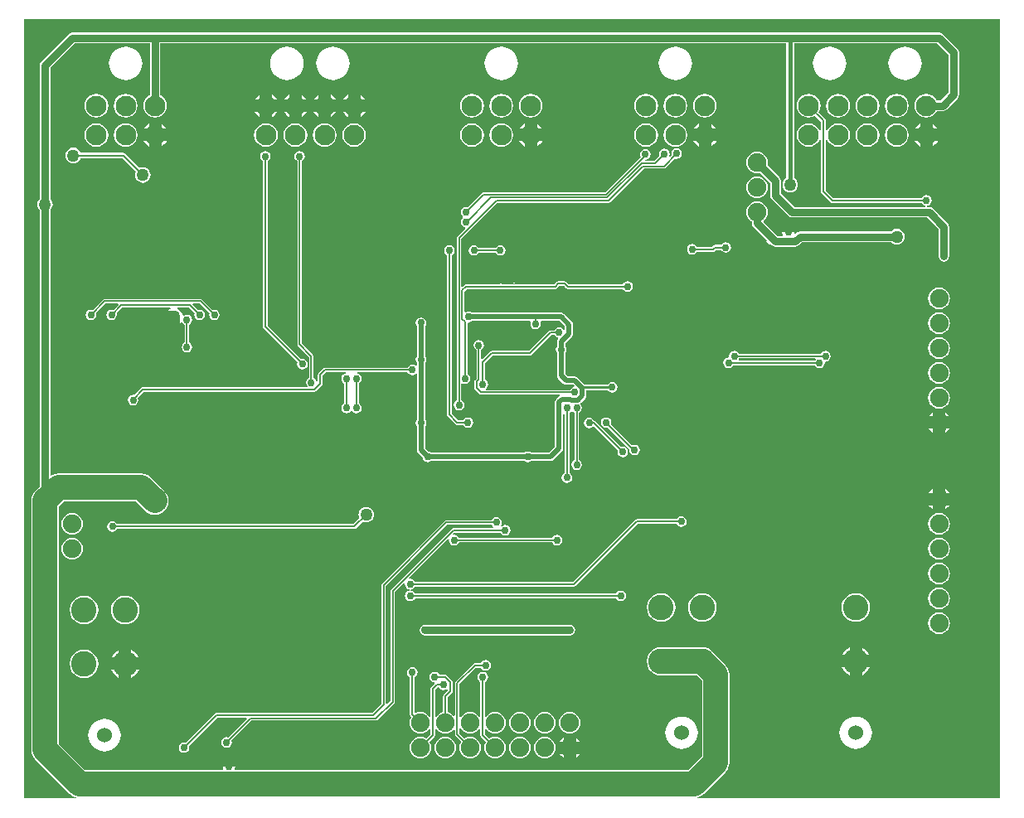
<source format=gbl>
G04*
G04 #@! TF.GenerationSoftware,Altium Limited,CircuitStudio,1.5.2 (30)*
G04*
G04 Layer_Physical_Order=2*
G04 Layer_Color=12500520*
%FSLAX25Y25*%
%MOIN*%
G70*
G01*
G75*
%ADD31C,0.00600*%
%ADD32C,0.01000*%
%ADD33C,0.00800*%
%ADD34C,0.03000*%
%ADD35C,0.01800*%
%ADD38C,0.02000*%
%ADD41C,0.07480*%
%ADD42C,0.10236*%
%ADD43C,0.06000*%
%ADD44C,0.08268*%
%ADD45C,0.03000*%
%ADD46C,0.05000*%
%ADD47C,0.09843*%
G36*
X492913Y179528D02*
X371353D01*
X371320Y180028D01*
X371520Y180054D01*
X372863Y180610D01*
X374017Y181495D01*
X382678Y190157D01*
X383563Y191310D01*
X383726Y191703D01*
X384119Y192653D01*
X384309Y194095D01*
X384309Y194095D01*
Y229252D01*
X384309Y229252D01*
X384119Y230693D01*
X383726Y231643D01*
X383563Y232036D01*
X382678Y233190D01*
X378264Y237603D01*
X378262Y237608D01*
X377346Y238803D01*
X376151Y239719D01*
X374760Y240295D01*
X373268Y240492D01*
X371775Y240295D01*
X371770Y240293D01*
X358230D01*
X358225Y240295D01*
X356732Y240492D01*
X355240Y240295D01*
X353849Y239719D01*
X352654Y238803D01*
X351737Y237608D01*
X351161Y236217D01*
X350965Y234724D01*
X351161Y233232D01*
X351737Y231841D01*
X352654Y230646D01*
X353849Y229730D01*
X355240Y229153D01*
X356732Y228957D01*
X358225Y229153D01*
X358230Y229155D01*
X370961D01*
X373171Y226945D01*
Y196401D01*
X367772Y191002D01*
X185594D01*
X185358Y191443D01*
X185426Y191544D01*
X185620Y192520D01*
X185571Y192766D01*
Y192520D01*
X180571D01*
Y192766D01*
X180522Y192520D01*
X180716Y191544D01*
X180784Y191443D01*
X180548Y191002D01*
X125141D01*
X114624Y201519D01*
Y296906D01*
X116874Y299155D01*
X145331D01*
X149212Y295275D01*
X150365Y294390D01*
X151708Y293833D01*
X153150Y293644D01*
X154591Y293833D01*
X155934Y294390D01*
X157087Y295275D01*
X157972Y296428D01*
X158529Y297771D01*
X158719Y299213D01*
X158529Y300654D01*
X157972Y301997D01*
X157087Y303150D01*
X151576Y308662D01*
X150422Y309547D01*
X149079Y310104D01*
X147638Y310293D01*
X133786D01*
X133726Y310492D01*
X131125D01*
X131064Y310293D01*
X114567D01*
X114567Y310293D01*
X113126Y310104D01*
X112176Y309710D01*
X111783Y309547D01*
X111645Y309441D01*
X111196Y309663D01*
Y416239D01*
X111266Y416293D01*
X111763Y416941D01*
X112075Y417695D01*
X112182Y418504D01*
X112075Y419313D01*
X111763Y420067D01*
X111266Y420715D01*
X111196Y420768D01*
Y473523D01*
X120966Y483292D01*
X151190D01*
Y462426D01*
X150943Y462324D01*
X149954Y461565D01*
X149196Y460576D01*
X148719Y459425D01*
X148556Y458189D01*
X148719Y456953D01*
X149196Y455802D01*
X149954Y454813D01*
X150943Y454054D01*
X152095Y453577D01*
X153331Y453414D01*
X154567Y453577D01*
X155718Y454054D01*
X156707Y454813D01*
X157466Y455802D01*
X157943Y456953D01*
X158105Y458189D01*
X157943Y459425D01*
X157466Y460576D01*
X156707Y461565D01*
X155718Y462324D01*
X155472Y462426D01*
Y483292D01*
X407132D01*
Y429100D01*
X407098Y429086D01*
X406451Y428589D01*
X405954Y427941D01*
X405641Y427187D01*
X405535Y426378D01*
X405641Y425569D01*
X405954Y424815D01*
X406451Y424167D01*
X407098Y423670D01*
X407852Y423358D01*
X408661Y423251D01*
X409471Y423358D01*
X410225Y423670D01*
X410872Y424167D01*
X411369Y424815D01*
X411682Y425569D01*
X411788Y426378D01*
X411682Y427187D01*
X411369Y427941D01*
X410872Y428589D01*
X410225Y429086D01*
X410191Y429100D01*
Y483292D01*
X467617D01*
X472268Y478641D01*
Y463485D01*
X469113Y460330D01*
X467568D01*
X467466Y460576D01*
X466707Y461565D01*
X465718Y462324D01*
X464567Y462801D01*
X463331Y462964D01*
X462095Y462801D01*
X460943Y462324D01*
X459955Y461565D01*
X459196Y460576D01*
X458719Y459425D01*
X458556Y458189D01*
X458719Y456953D01*
X459196Y455802D01*
X459955Y454813D01*
X460943Y454054D01*
X462095Y453577D01*
X463331Y453414D01*
X464567Y453577D01*
X465718Y454054D01*
X466707Y454813D01*
X467466Y455802D01*
X467568Y456048D01*
X470000D01*
X470819Y456211D01*
X471514Y456675D01*
X475923Y461084D01*
X476388Y461779D01*
X476551Y462598D01*
Y479528D01*
X476388Y480347D01*
X475923Y481042D01*
X470018Y486947D01*
X469323Y487411D01*
X468504Y487574D01*
X120079D01*
X119259Y487411D01*
X118565Y486947D01*
X107541Y475923D01*
X107077Y475229D01*
X106914Y474409D01*
Y420768D01*
X106844Y420715D01*
X106347Y420067D01*
X106035Y419313D01*
X105928Y418504D01*
X106035Y417695D01*
X106347Y416941D01*
X106844Y416293D01*
X106914Y416239D01*
Y304947D01*
X105117Y303150D01*
X104232Y301997D01*
X103676Y300654D01*
X103486Y299213D01*
Y199213D01*
X103676Y197771D01*
X104232Y196428D01*
X105117Y195275D01*
X118897Y181495D01*
X120050Y180610D01*
X120444Y180447D01*
X121393Y180054D01*
X121593Y180028D01*
X121561Y179528D01*
X100787D01*
Y492913D01*
X492913D01*
Y179528D01*
D02*
G37*
%LPC*%
G36*
X471004Y304057D02*
Y302500D01*
X472560D01*
X471885Y303381D01*
X471004Y304057D01*
D02*
G37*
G36*
X466004Y304057D02*
X465123Y303381D01*
X464447Y302500D01*
X466004D01*
Y304057D01*
D02*
G37*
G36*
Y297500D02*
X464447D01*
X465123Y296619D01*
X466004Y295943D01*
Y297500D01*
D02*
G37*
G36*
X327953Y332719D02*
X327133Y332556D01*
X326439Y332092D01*
X325975Y331397D01*
X325812Y330578D01*
X325975Y329759D01*
X326439Y329064D01*
X327133Y328600D01*
X327953Y328437D01*
X328772Y328600D01*
X329467Y329064D01*
X329838Y329100D01*
X339337Y319601D01*
X339197Y318898D01*
X339360Y318078D01*
X339825Y317384D01*
X340519Y316919D01*
X341339Y316757D01*
X342158Y316919D01*
X342853Y317384D01*
X343317Y318078D01*
X343480Y318898D01*
X343317Y319717D01*
X342853Y320412D01*
X342158Y320876D01*
X341339Y321039D01*
X340635Y320899D01*
X330307Y331227D01*
X330009Y331426D01*
X329897Y331448D01*
X329467Y332092D01*
X328772Y332556D01*
X327953Y332719D01*
D02*
G37*
G36*
X466004Y328209D02*
X464447D01*
X465123Y327328D01*
X466004Y326652D01*
Y328209D01*
D02*
G37*
G36*
X472561D02*
X471004D01*
Y326652D01*
X471885Y327328D01*
X472561Y328209D01*
D02*
G37*
G36*
X334646Y332850D02*
X333826Y332687D01*
X333132Y332223D01*
X332667Y331528D01*
X332505Y330709D01*
X332667Y329889D01*
X333132Y329195D01*
X333826Y328731D01*
X334646Y328568D01*
X335349Y328708D01*
X343997Y320060D01*
X343922Y319685D01*
X344085Y318866D01*
X344549Y318171D01*
X345244Y317707D01*
X346063Y317544D01*
X346882Y317707D01*
X347577Y318171D01*
X348041Y318866D01*
X348204Y319685D01*
X348041Y320504D01*
X347577Y321199D01*
X346882Y321663D01*
X346063Y321826D01*
X345244Y321663D01*
X345091Y321561D01*
X336647Y330005D01*
X336787Y330709D01*
X336624Y331528D01*
X336160Y332223D01*
X335465Y332687D01*
X334646Y332850D01*
D02*
G37*
G36*
X472561Y297500D02*
X471004D01*
Y295943D01*
X471885Y296619D01*
X472561Y297500D01*
D02*
G37*
G36*
X468504Y284378D02*
X467371Y284228D01*
X466315Y283791D01*
X465409Y283095D01*
X464713Y282189D01*
X464276Y281133D01*
X464126Y280000D01*
X464276Y278867D01*
X464713Y277811D01*
X465409Y276905D01*
X466315Y276209D01*
X467371Y275772D01*
X468504Y275622D01*
X469637Y275772D01*
X470693Y276209D01*
X471599Y276905D01*
X472295Y277811D01*
X472732Y278867D01*
X472882Y280000D01*
X472732Y281133D01*
X472295Y282189D01*
X471599Y283095D01*
X470693Y283791D01*
X469637Y284228D01*
X468504Y284378D01*
D02*
G37*
G36*
X120000D02*
X118867Y284228D01*
X117811Y283791D01*
X116905Y283095D01*
X116209Y282189D01*
X115772Y281133D01*
X115622Y280000D01*
X115772Y278867D01*
X116209Y277811D01*
X116905Y276905D01*
X117811Y276209D01*
X118867Y275772D01*
X120000Y275622D01*
X121133Y275772D01*
X122189Y276209D01*
X123095Y276905D01*
X123791Y277811D01*
X124228Y278867D01*
X124378Y280000D01*
X124228Y281133D01*
X123791Y282189D01*
X123095Y283095D01*
X122189Y283791D01*
X121133Y284228D01*
X120000Y284378D01*
D02*
G37*
G36*
X468504Y274378D02*
X467371Y274228D01*
X466315Y273791D01*
X465409Y273095D01*
X464713Y272189D01*
X464276Y271133D01*
X464126Y270000D01*
X464276Y268867D01*
X464713Y267811D01*
X465409Y266905D01*
X466315Y266209D01*
X467371Y265772D01*
X468504Y265622D01*
X469637Y265772D01*
X470693Y266209D01*
X471599Y266905D01*
X472295Y267811D01*
X472732Y268867D01*
X472882Y270000D01*
X472732Y271133D01*
X472295Y272189D01*
X471599Y273095D01*
X470693Y273791D01*
X469637Y274228D01*
X468504Y274378D01*
D02*
G37*
G36*
X364961Y293086D02*
X364141Y292923D01*
X363447Y292459D01*
X363048Y291863D01*
X346850D01*
X346499Y291793D01*
X346201Y291594D01*
X321273Y266666D01*
X257818D01*
X257419Y267262D01*
X256725Y267726D01*
X255906Y267889D01*
X255675Y267843D01*
X255429Y268304D01*
X271066Y283942D01*
X271527Y283695D01*
X271481Y283465D01*
X271644Y282645D01*
X272108Y281951D01*
X272803Y281486D01*
X273622Y281323D01*
X274441Y281486D01*
X275136Y281951D01*
X275535Y282547D01*
X313048D01*
X313447Y281951D01*
X314141Y281486D01*
X314961Y281323D01*
X315780Y281486D01*
X316475Y281951D01*
X316939Y282645D01*
X317102Y283465D01*
X316939Y284284D01*
X316475Y284979D01*
X315780Y285443D01*
X314961Y285606D01*
X314141Y285443D01*
X313447Y284979D01*
X313048Y284382D01*
X275535D01*
X275136Y284979D01*
X274441Y285443D01*
X273622Y285606D01*
X273391Y285560D01*
X273145Y286021D01*
X273608Y286484D01*
X292182D01*
X292581Y285888D01*
X293275Y285423D01*
X294094Y285260D01*
X294914Y285423D01*
X295608Y285888D01*
X296073Y286582D01*
X296236Y287402D01*
X296073Y288221D01*
X295608Y288916D01*
X294914Y289380D01*
X294094Y289543D01*
X293275Y289380D01*
X292816Y289073D01*
X292799Y289062D01*
X292581Y288916D01*
X292224Y289164D01*
X292174Y289199D01*
X292341Y289450D01*
X292529Y289732D01*
X292692Y290551D01*
X292529Y291371D01*
X292065Y292065D01*
X291371Y292529D01*
X290551Y292692D01*
X289732Y292529D01*
X289037Y292065D01*
X288639Y291469D01*
X270472D01*
X270121Y291399D01*
X269824Y291200D01*
X244551Y265927D01*
X244352Y265630D01*
X244282Y265279D01*
Y217703D01*
X240508Y213929D01*
X177972D01*
X177620Y213859D01*
X177323Y213660D01*
X165664Y202001D01*
X164961Y202141D01*
X164141Y201978D01*
X163447Y201514D01*
X162982Y200819D01*
X162820Y200000D01*
X162982Y199181D01*
X163447Y198486D01*
X164141Y198022D01*
X164961Y197859D01*
X165780Y198022D01*
X166475Y198486D01*
X166939Y199181D01*
X167102Y200000D01*
X166962Y200704D01*
X178352Y212093D01*
X190064D01*
X190255Y211631D01*
X182790Y204167D01*
X182087Y204307D01*
X181267Y204144D01*
X180573Y203679D01*
X180108Y202985D01*
X179946Y202165D01*
X180108Y201346D01*
X180573Y200651D01*
X181267Y200187D01*
X182087Y200024D01*
X182906Y200187D01*
X183601Y200651D01*
X184065Y201346D01*
X184228Y202165D01*
X184088Y202869D01*
X192112Y210893D01*
X242126D01*
X242477Y210963D01*
X242775Y211162D01*
X249468Y217855D01*
X249667Y218153D01*
X249678Y218211D01*
X249736Y218504D01*
Y262612D01*
X253349Y266225D01*
X253810Y265979D01*
X253764Y265748D01*
X253927Y264929D01*
X254392Y264234D01*
X255086Y263770D01*
X255588Y263670D01*
Y263670D01*
X255684Y263386D01*
X255588Y263102D01*
X255588D01*
X255588D01*
X255086Y263002D01*
X254392Y262538D01*
X253927Y261843D01*
X253764Y261024D01*
X253927Y260204D01*
X254392Y259510D01*
X255086Y259046D01*
X255906Y258882D01*
X256725Y259046D01*
X257419Y259510D01*
X257818Y260106D01*
X338639D01*
X339037Y259510D01*
X339732Y259046D01*
X340551Y258882D01*
X341371Y259046D01*
X342065Y259510D01*
X342529Y260204D01*
X342692Y261024D01*
X342529Y261843D01*
X342065Y262538D01*
X341371Y263002D01*
X340551Y263165D01*
X339732Y263002D01*
X339037Y262538D01*
X338639Y261941D01*
X257818D01*
X257419Y262538D01*
X256725Y263002D01*
X256223Y263102D01*
X256223D01*
X256076Y263131D01*
Y263134D01*
Y263151D01*
Y263181D01*
Y263232D01*
X256223Y263670D01*
X256223D01*
X256223D01*
X256725Y263770D01*
X257419Y264234D01*
X257818Y264830D01*
X321654D01*
X322005Y264900D01*
X322302Y265099D01*
X347231Y290027D01*
X363048D01*
X363447Y289431D01*
X364141Y288967D01*
X364961Y288804D01*
X365780Y288967D01*
X366475Y289431D01*
X366939Y290125D01*
X367102Y290945D01*
X366939Y291764D01*
X366475Y292459D01*
X365780Y292923D01*
X364961Y293086D01*
D02*
G37*
G36*
X238189Y296828D02*
X237380Y296721D01*
X236626Y296409D01*
X235978Y295912D01*
X235481Y295264D01*
X235169Y294510D01*
X235062Y293701D01*
X235169Y292892D01*
X235394Y292348D01*
X233042Y289996D01*
X138065D01*
X137734Y290490D01*
X137040Y290954D01*
X136221Y291118D01*
X135401Y290954D01*
X134706Y290490D01*
X134242Y289796D01*
X134079Y288976D01*
X134242Y288157D01*
X134706Y287462D01*
X135401Y286998D01*
X136221Y286835D01*
X137040Y286998D01*
X137734Y287462D01*
X138065Y287957D01*
X233465D01*
X233855Y288034D01*
X234186Y288255D01*
X236836Y290906D01*
X237380Y290681D01*
X238189Y290574D01*
X238998Y290681D01*
X239752Y290993D01*
X240400Y291490D01*
X240897Y292137D01*
X241209Y292892D01*
X241316Y293701D01*
X241209Y294510D01*
X240897Y295264D01*
X240400Y295912D01*
X239752Y296409D01*
X238998Y296721D01*
X238189Y296828D01*
D02*
G37*
G36*
X468504Y294378D02*
X467371Y294228D01*
X466315Y293791D01*
X465409Y293095D01*
X464713Y292189D01*
X464276Y291133D01*
X464126Y290000D01*
X464276Y288867D01*
X464713Y287811D01*
X465409Y286905D01*
X466315Y286209D01*
X467371Y285772D01*
X468504Y285622D01*
X469637Y285772D01*
X470693Y286209D01*
X471599Y286905D01*
X472295Y287811D01*
X472732Y288867D01*
X472882Y290000D01*
X472732Y291133D01*
X472295Y292189D01*
X471599Y293095D01*
X470693Y293791D01*
X469637Y294228D01*
X468504Y294378D01*
D02*
G37*
G36*
X120000D02*
X118867Y294228D01*
X117811Y293791D01*
X116905Y293095D01*
X116209Y292189D01*
X115772Y291133D01*
X115622Y290000D01*
X115772Y288867D01*
X116209Y287811D01*
X116905Y286905D01*
X117811Y286209D01*
X118867Y285772D01*
X120000Y285622D01*
X121133Y285772D01*
X122189Y286209D01*
X123095Y286905D01*
X123791Y287811D01*
X124228Y288867D01*
X124378Y290000D01*
X124228Y291133D01*
X123791Y292189D01*
X123095Y293095D01*
X122189Y293791D01*
X121133Y294228D01*
X120000Y294378D01*
D02*
G37*
G36*
X271654Y402141D02*
X270834Y401978D01*
X270140Y401514D01*
X269675Y400819D01*
X269512Y400000D01*
X269675Y399181D01*
X270140Y398486D01*
X270736Y398088D01*
Y333858D01*
X270806Y333507D01*
X271005Y333209D01*
X274154Y330060D01*
X274452Y329861D01*
X274803Y329791D01*
X277221D01*
X277620Y329195D01*
X278314Y328731D01*
X279134Y328568D01*
X279953Y328731D01*
X280648Y329195D01*
X281112Y329889D01*
X281275Y330709D01*
X281112Y331528D01*
X280648Y332223D01*
X279953Y332687D01*
X279134Y332850D01*
X278314Y332687D01*
X277620Y332223D01*
X277221Y331626D01*
X275183D01*
X272571Y334238D01*
Y398088D01*
X273167Y398486D01*
X273632Y399181D01*
X273795Y400000D01*
X273632Y400819D01*
X273167Y401514D01*
X272473Y401978D01*
X271654Y402141D01*
D02*
G37*
G36*
X292126D02*
X291307Y401978D01*
X290612Y401514D01*
X290213Y400918D01*
X283409D01*
X283010Y401514D01*
X282315Y401978D01*
X281496Y402141D01*
X280677Y401978D01*
X279982Y401514D01*
X279518Y400819D01*
X279355Y400000D01*
X279518Y399181D01*
X279982Y398486D01*
X280677Y398022D01*
X281496Y397859D01*
X282315Y398022D01*
X283010Y398486D01*
X283409Y399082D01*
X290213D01*
X290612Y398486D01*
X291307Y398022D01*
X292126Y397859D01*
X292945Y398022D01*
X293640Y398486D01*
X294104Y399181D01*
X294267Y400000D01*
X294104Y400819D01*
X293640Y401514D01*
X292945Y401978D01*
X292126Y402141D01*
D02*
G37*
G36*
X468504Y385086D02*
X467371Y384937D01*
X466315Y384500D01*
X465409Y383804D01*
X464713Y382897D01*
X464276Y381842D01*
X464126Y380709D01*
X464276Y379576D01*
X464713Y378520D01*
X465409Y377613D01*
X466315Y376918D01*
X467371Y376480D01*
X468504Y376331D01*
X469637Y376480D01*
X470693Y376918D01*
X471599Y377613D01*
X472295Y378520D01*
X472732Y379576D01*
X472882Y380709D01*
X472732Y381842D01*
X472295Y382897D01*
X471599Y383804D01*
X470693Y384500D01*
X469637Y384937D01*
X468504Y385086D01*
D02*
G37*
G36*
X171653Y380445D02*
X133071D01*
X132720Y380375D01*
X132422Y380176D01*
X128263Y376017D01*
X127559Y376157D01*
X126740Y375994D01*
X126045Y375530D01*
X125581Y374835D01*
X125418Y374016D01*
X125581Y373196D01*
X126045Y372502D01*
X126740Y372038D01*
X127559Y371875D01*
X128378Y372038D01*
X129073Y372502D01*
X129537Y373196D01*
X129700Y374016D01*
X129560Y374719D01*
X133451Y378610D01*
X138416D01*
X138623Y378110D01*
X136534Y376021D01*
X135831Y376161D01*
X135011Y375998D01*
X134317Y375534D01*
X133853Y374839D01*
X133690Y374020D01*
X133853Y373200D01*
X134317Y372506D01*
X135011Y372042D01*
X135831Y371879D01*
X136650Y372042D01*
X137345Y372506D01*
X137809Y373200D01*
X137972Y374020D01*
X137832Y374723D01*
X140144Y377035D01*
X159432D01*
X159532Y376535D01*
X159162Y376382D01*
X158436Y375825D01*
X160927D01*
Y373325D01*
X163427D01*
Y370833D01*
X163669Y371149D01*
X163805Y371171D01*
X164255Y371091D01*
X164628Y370533D01*
X165224Y370135D01*
Y362936D01*
X164628Y362538D01*
X164164Y361843D01*
X164001Y361024D01*
X164164Y360204D01*
X164628Y359510D01*
X165322Y359046D01*
X166142Y358882D01*
X166961Y359046D01*
X167656Y359510D01*
X168120Y360204D01*
X168283Y361024D01*
X168120Y361843D01*
X167656Y362538D01*
X167059Y362936D01*
Y370135D01*
X167656Y370533D01*
X168120Y371228D01*
X168283Y372047D01*
X168120Y372867D01*
X167656Y373561D01*
X166961Y374025D01*
X166142Y374188D01*
X165322Y374025D01*
X164906Y373747D01*
X164370Y373990D01*
X164337Y374238D01*
X163984Y375090D01*
X163423Y375821D01*
X162692Y376382D01*
X162323Y376535D01*
X162422Y377035D01*
X166943D01*
X169259Y374719D01*
X169119Y374016D01*
X169282Y373196D01*
X169746Y372502D01*
X170440Y372038D01*
X171260Y371875D01*
X172079Y372038D01*
X172774Y372502D01*
X173238Y373196D01*
X173401Y374016D01*
X173238Y374835D01*
X172774Y375530D01*
X172079Y375994D01*
X171260Y376157D01*
X170556Y376017D01*
X168463Y378110D01*
X168670Y378610D01*
X171274D01*
X175164Y374719D01*
X175024Y374016D01*
X175187Y373196D01*
X175651Y372502D01*
X176346Y372038D01*
X177165Y371875D01*
X177985Y372038D01*
X178679Y372502D01*
X179144Y373196D01*
X179306Y374016D01*
X179144Y374835D01*
X178679Y375530D01*
X177985Y375994D01*
X177165Y376157D01*
X176462Y376017D01*
X172302Y380176D01*
X172005Y380375D01*
X171653Y380445D01*
D02*
G37*
G36*
X382677Y403322D02*
X381858Y403159D01*
X381163Y402695D01*
X380833Y402201D01*
X378346D01*
X377956Y402123D01*
X377625Y401902D01*
X377137Y401413D01*
X371136D01*
X370805Y401908D01*
X370111Y402372D01*
X369291Y402535D01*
X368472Y402372D01*
X367777Y401908D01*
X367313Y401213D01*
X367150Y400394D01*
X367313Y399574D01*
X367777Y398880D01*
X368472Y398415D01*
X369291Y398253D01*
X370111Y398415D01*
X370805Y398880D01*
X371136Y399374D01*
X377559D01*
X377949Y399452D01*
X378280Y399673D01*
X378769Y400162D01*
X380833D01*
X381163Y399667D01*
X381858Y399203D01*
X382677Y399040D01*
X383496Y399203D01*
X384191Y399667D01*
X384655Y400362D01*
X384818Y401181D01*
X384655Y402001D01*
X384191Y402695D01*
X383496Y403159D01*
X382677Y403322D01*
D02*
G37*
G36*
X120472Y441316D02*
X119663Y441209D01*
X118909Y440897D01*
X118262Y440400D01*
X117765Y439752D01*
X117452Y438998D01*
X117346Y438189D01*
X117452Y437380D01*
X117765Y436626D01*
X118262Y435978D01*
X118909Y435481D01*
X119663Y435169D01*
X120472Y435062D01*
X121282Y435169D01*
X122036Y435481D01*
X122683Y435978D01*
X123180Y436626D01*
X123406Y437169D01*
X140129D01*
X145630Y431668D01*
X145405Y431124D01*
X145299Y430315D01*
X145405Y429506D01*
X145717Y428752D01*
X146214Y428104D01*
X146862Y427607D01*
X147616Y427295D01*
X148425Y427188D01*
X149234Y427295D01*
X149989Y427607D01*
X150636Y428104D01*
X151133Y428752D01*
X151445Y429506D01*
X151552Y430315D01*
X151445Y431124D01*
X151133Y431878D01*
X150636Y432526D01*
X149989Y433023D01*
X149234Y433335D01*
X148425Y433442D01*
X147616Y433335D01*
X147072Y433110D01*
X141272Y438910D01*
X140941Y439131D01*
X140551Y439209D01*
X123406D01*
X123180Y439752D01*
X122683Y440400D01*
X122036Y440897D01*
X121282Y441209D01*
X120472Y441316D01*
D02*
G37*
G36*
X395331Y429756D02*
X394198Y429606D01*
X393142Y429169D01*
X392235Y428473D01*
X391540Y427567D01*
X391102Y426511D01*
X390953Y425378D01*
X391102Y424245D01*
X391540Y423189D01*
X392235Y422283D01*
X393142Y421587D01*
X394198Y421149D01*
X395331Y421000D01*
X396464Y421149D01*
X397519Y421587D01*
X398426Y422283D01*
X399122Y423189D01*
X399559Y424245D01*
X399708Y425378D01*
X399559Y426511D01*
X399122Y427567D01*
X398426Y428473D01*
X397519Y429169D01*
X396464Y429606D01*
X395331Y429756D01*
D02*
G37*
G36*
Y419756D02*
X394198Y419606D01*
X393142Y419169D01*
X392235Y418473D01*
X391540Y417567D01*
X391102Y416511D01*
X390953Y415378D01*
X391102Y414245D01*
X391540Y413189D01*
X392235Y412283D01*
X393142Y411587D01*
X393190Y411567D01*
Y410968D01*
X393353Y410149D01*
X393817Y409454D01*
X399192Y404079D01*
X398874Y403691D01*
X399637Y403181D01*
X400147Y402417D01*
X400535Y402736D01*
X401242Y402029D01*
X401936Y401565D01*
X402756Y401402D01*
X410630D01*
X411449Y401565D01*
X412144Y402029D01*
X413485Y403371D01*
X449310D01*
X449364Y403301D01*
X450011Y402804D01*
X450766Y402492D01*
X451575Y402385D01*
X452384Y402492D01*
X453138Y402804D01*
X453786Y403301D01*
X454283Y403948D01*
X454595Y404703D01*
X454702Y405512D01*
X454595Y406321D01*
X454283Y407075D01*
X453786Y407723D01*
X453138Y408220D01*
X452384Y408532D01*
X451575Y408639D01*
X450766Y408532D01*
X450011Y408220D01*
X449364Y407723D01*
X449310Y407653D01*
X412598D01*
X411779Y407490D01*
X411084Y407026D01*
X410782Y406724D01*
X410322Y406970D01*
X410423Y407480D01*
X410374Y407726D01*
Y407480D01*
X405374D01*
Y407726D01*
X405325Y407480D01*
X405519Y406505D01*
X405773Y406125D01*
X405537Y405685D01*
X403643D01*
X397913Y411415D01*
X397945Y411914D01*
X398426Y412283D01*
X399122Y413189D01*
X399559Y414245D01*
X399708Y415378D01*
X399559Y416511D01*
X399122Y417567D01*
X398426Y418473D01*
X397519Y419169D01*
X396464Y419606D01*
X395331Y419756D01*
D02*
G37*
G36*
X468504Y375086D02*
X467371Y374937D01*
X466315Y374500D01*
X465409Y373804D01*
X464713Y372898D01*
X464276Y371842D01*
X464126Y370709D01*
X464276Y369576D01*
X464713Y368520D01*
X465409Y367613D01*
X466315Y366917D01*
X467371Y366480D01*
X468504Y366331D01*
X469637Y366480D01*
X470693Y366917D01*
X471599Y367613D01*
X472295Y368520D01*
X472732Y369576D01*
X472882Y370709D01*
X472732Y371842D01*
X472295Y372898D01*
X471599Y373804D01*
X470693Y374500D01*
X469637Y374937D01*
X468504Y375086D01*
D02*
G37*
G36*
X471004Y334765D02*
Y333209D01*
X472560D01*
X471885Y334089D01*
X471004Y334765D01*
D02*
G37*
G36*
X466004Y334765D02*
X465123Y334089D01*
X464447Y333209D01*
X466004D01*
Y334765D01*
D02*
G37*
G36*
X362992Y441117D02*
X362173Y440954D01*
X361478Y440490D01*
X361014Y439796D01*
X360851Y438976D01*
X360991Y438273D01*
X360297Y437579D01*
X359909Y437898D01*
X359990Y438019D01*
X360153Y438839D01*
X359990Y439658D01*
X359526Y440353D01*
X358831Y440817D01*
X358012Y440980D01*
X357192Y440817D01*
X356498Y440353D01*
X356034Y439658D01*
X355871Y438839D01*
X356011Y438135D01*
X353833Y435957D01*
X350521D01*
X350471Y436457D01*
X351213Y436604D01*
X351908Y437069D01*
X352372Y437763D01*
X352535Y438583D01*
X352372Y439402D01*
X351908Y440097D01*
X351213Y440561D01*
X350394Y440724D01*
X349574Y440561D01*
X348880Y440097D01*
X348415Y439402D01*
X348253Y438583D01*
X348415Y437763D01*
X348518Y437611D01*
X334266Y423359D01*
X285433D01*
X285082Y423289D01*
X284784Y423090D01*
X279050Y417355D01*
X278346Y417495D01*
X277527Y417333D01*
X276833Y416868D01*
X276368Y416174D01*
X276205Y415354D01*
X276368Y414535D01*
X276833Y413840D01*
X277138Y413636D01*
Y413136D01*
X276833Y412931D01*
X276368Y412237D01*
X276205Y411417D01*
X276368Y410598D01*
X276833Y409903D01*
X277527Y409439D01*
X277844Y409376D01*
X278008Y408834D01*
X274904Y405729D01*
X274705Y405432D01*
X274635Y405080D01*
Y339683D01*
X274077Y339309D01*
X273612Y338615D01*
X273449Y337795D01*
X273612Y336976D01*
X274077Y336281D01*
X274771Y335817D01*
X275590Y335654D01*
X276410Y335817D01*
X277105Y336281D01*
X277569Y336976D01*
X277732Y337795D01*
X277569Y338615D01*
X277105Y339309D01*
X276470Y339733D01*
Y346360D01*
X276911Y346595D01*
X277133Y346447D01*
X277953Y346284D01*
X278772Y346447D01*
X279467Y346911D01*
X279931Y347606D01*
X280094Y348425D01*
X279931Y349245D01*
X279467Y349939D01*
X278870Y350338D01*
Y370805D01*
X279257Y371122D01*
X279431Y371087D01*
X280250Y371250D01*
X280769Y371597D01*
X303969D01*
X304282Y371097D01*
X304158Y370472D01*
X304321Y369653D01*
X304785Y368958D01*
X305480Y368494D01*
X306299Y368331D01*
X307119Y368494D01*
X307813Y368958D01*
X308277Y369653D01*
X308440Y370472D01*
X308316Y371097D01*
X308629Y371597D01*
X315860D01*
X318054Y369403D01*
Y368158D01*
X317554Y368007D01*
X317262Y368443D01*
X316567Y368907D01*
X315748Y369070D01*
X314929Y368907D01*
X314234Y368443D01*
X313836Y367847D01*
X312205D01*
X311854Y367777D01*
X311556Y367578D01*
X303557Y359579D01*
X288583D01*
X288231Y359509D01*
X287934Y359310D01*
X284882Y356259D01*
X284382Y356466D01*
Y359898D01*
X284979Y360297D01*
X285443Y360992D01*
X285606Y361811D01*
X285443Y362630D01*
X284979Y363325D01*
X284284Y363789D01*
X283465Y363952D01*
X282645Y363789D01*
X281951Y363325D01*
X281486Y362630D01*
X281323Y361811D01*
X281486Y360992D01*
X281951Y360297D01*
X282547Y359898D01*
Y348412D01*
X281991Y347855D01*
X281792Y347557D01*
X281722Y347206D01*
Y344526D01*
X281792Y344175D01*
X281991Y343877D01*
X283604Y342264D01*
X283902Y342065D01*
X284253Y341995D01*
X315899D01*
X316051Y341495D01*
X315776Y341311D01*
X314595Y340130D01*
X314241Y339601D01*
X314117Y338976D01*
Y321148D01*
X311529Y318561D01*
X304488D01*
X303969Y318907D01*
X303150Y319070D01*
X302330Y318907D01*
X301811Y318561D01*
X264331D01*
X263811Y318907D01*
X263199Y319029D01*
X261868Y320361D01*
Y329240D01*
X262214Y329759D01*
X262377Y330578D01*
X262214Y331397D01*
X261868Y331916D01*
Y354840D01*
X262214Y355359D01*
X262377Y356178D01*
X262214Y356997D01*
X261868Y357516D01*
Y369528D01*
X262214Y370047D01*
X262377Y370866D01*
X262214Y371686D01*
X261750Y372380D01*
X261056Y372844D01*
X260236Y373007D01*
X259417Y372844D01*
X258722Y372380D01*
X258258Y371686D01*
X258095Y370866D01*
X258258Y370047D01*
X258605Y369528D01*
Y357516D01*
X258258Y356997D01*
X258095Y356178D01*
X258258Y355359D01*
X258605Y354840D01*
Y353717D01*
X258105Y353550D01*
X257511Y353947D01*
X256692Y354110D01*
X255872Y353947D01*
X255178Y353483D01*
X254753Y352848D01*
X221615D01*
X221264Y352778D01*
X220966Y352579D01*
X219036Y350649D01*
X218837Y350351D01*
X218767Y350000D01*
Y347270D01*
X218714Y347243D01*
X218150Y347518D01*
X218120Y347670D01*
X217656Y348364D01*
X217059Y348763D01*
Y357480D01*
X217001Y357773D01*
X216989Y357832D01*
X216791Y358129D01*
X212335Y362585D01*
Y435883D01*
X212931Y436281D01*
X213396Y436976D01*
X213559Y437795D01*
X213396Y438615D01*
X212931Y439309D01*
X212237Y439773D01*
X211417Y439936D01*
X210598Y439773D01*
X209903Y439309D01*
X209439Y438615D01*
X209276Y437795D01*
X209439Y436976D01*
X209903Y436281D01*
X210500Y435883D01*
Y362205D01*
X210570Y361854D01*
X210769Y361556D01*
X215224Y357100D01*
Y354458D01*
X214805Y354416D01*
X214757Y354412D01*
X214732Y354409D01*
X214725Y354409D01*
X214665Y354704D01*
X214663Y354717D01*
X214663Y354717D01*
X214577Y355150D01*
X214112Y355845D01*
X213418Y356309D01*
X212598Y356472D01*
X211895Y356332D01*
X198555Y369672D01*
Y435883D01*
X199152Y436281D01*
X199616Y436976D01*
X199779Y437795D01*
X199616Y438615D01*
X199152Y439309D01*
X198457Y439773D01*
X197638Y439936D01*
X196818Y439773D01*
X196124Y439309D01*
X195660Y438615D01*
X195497Y437795D01*
X195660Y436976D01*
X196124Y436281D01*
X196720Y435883D01*
Y369291D01*
X196790Y368940D01*
X196989Y368642D01*
X210597Y355034D01*
X210457Y354331D01*
X210620Y353511D01*
X211084Y352817D01*
X211779Y352353D01*
X212598Y352190D01*
X213418Y352353D01*
X214112Y352817D01*
X214577Y353511D01*
X214663Y353944D01*
X214663Y353944D01*
X214665Y353957D01*
X214725Y354253D01*
X214732Y354252D01*
X214757Y354250D01*
X214805Y354245D01*
X215224Y354204D01*
Y348763D01*
X214628Y348364D01*
X214164Y347670D01*
X214001Y346850D01*
X214164Y346031D01*
X214510Y345512D01*
X214282Y345012D01*
X148425D01*
X148132Y344954D01*
X148074Y344942D01*
X147776Y344743D01*
X144863Y341830D01*
X144488Y341905D01*
X143669Y341742D01*
X142974Y341278D01*
X142510Y340583D01*
X142347Y339764D01*
X142510Y338944D01*
X142974Y338250D01*
X143669Y337786D01*
X144488Y337623D01*
X145308Y337786D01*
X146002Y338250D01*
X146466Y338944D01*
X146629Y339764D01*
X146466Y340583D01*
X146364Y340736D01*
X148805Y343177D01*
X217323D01*
X217674Y343247D01*
X217972Y343446D01*
X220334Y345808D01*
X220533Y346106D01*
X220603Y346457D01*
Y349620D01*
X221995Y351012D01*
X229994D01*
X230044Y350512D01*
X229496Y350403D01*
X228801Y349939D01*
X228337Y349245D01*
X228174Y348425D01*
X228337Y347606D01*
X228801Y346911D01*
X229397Y346513D01*
Y338527D01*
X228801Y338128D01*
X228337Y337434D01*
X228174Y336614D01*
X228337Y335795D01*
X228801Y335100D01*
X229496Y334636D01*
X230315Y334473D01*
X231134Y334636D01*
X231829Y335100D01*
X232033Y335406D01*
X232534D01*
X232738Y335100D01*
X233433Y334636D01*
X234252Y334473D01*
X235071Y334636D01*
X235766Y335100D01*
X236230Y335795D01*
X236393Y336614D01*
X236230Y337434D01*
X235766Y338128D01*
X235170Y338527D01*
Y346513D01*
X235766Y346911D01*
X236230Y347606D01*
X236393Y348425D01*
X236230Y349245D01*
X235766Y349939D01*
X235071Y350403D01*
X234523Y350512D01*
X234573Y351012D01*
X254805D01*
X255178Y350454D01*
X255872Y349990D01*
X256692Y349827D01*
X257511Y349990D01*
X258105Y350387D01*
X258605Y350220D01*
Y331916D01*
X258258Y331397D01*
X258095Y330578D01*
X258258Y329759D01*
X258605Y329240D01*
Y319685D01*
X258729Y319061D01*
X259083Y318531D01*
X260892Y316722D01*
X261014Y316110D01*
X261478Y315415D01*
X262173Y314951D01*
X262992Y314788D01*
X263811Y314951D01*
X264331Y315298D01*
X301811D01*
X302330Y314951D01*
X303150Y314788D01*
X303969Y314951D01*
X304488Y315298D01*
X312205D01*
X312829Y315422D01*
X313358Y315776D01*
X316902Y319319D01*
X317255Y319848D01*
X317379Y320472D01*
Y334033D01*
X317879Y334316D01*
X317980Y334256D01*
Y310574D01*
X317384Y310175D01*
X316919Y309481D01*
X316757Y308661D01*
X316919Y307842D01*
X317384Y307147D01*
X318078Y306683D01*
X318898Y306520D01*
X319717Y306683D01*
X320412Y307147D01*
X320876Y307842D01*
X321039Y308661D01*
X320876Y309481D01*
X320412Y310175D01*
X319815Y310574D01*
Y334702D01*
X320412Y335100D01*
X320616Y335406D01*
X321116D01*
X321321Y335100D01*
X321917Y334702D01*
Y315692D01*
X321321Y315294D01*
X320856Y314599D01*
X320693Y313779D01*
X320856Y312960D01*
X321321Y312265D01*
X322015Y311801D01*
X322835Y311638D01*
X323654Y311801D01*
X324349Y312265D01*
X324813Y312960D01*
X324976Y313779D01*
X324813Y314599D01*
X324349Y315294D01*
X323752Y315692D01*
Y334702D01*
X324349Y335100D01*
X324813Y335795D01*
X324976Y336614D01*
X324813Y337434D01*
X324423Y338017D01*
X324414Y338612D01*
X324484Y338659D01*
X326301Y340476D01*
X326654Y341005D01*
X326779Y341629D01*
Y343760D01*
X335232D01*
X335494Y343368D01*
X336189Y342904D01*
X337008Y342741D01*
X337827Y342904D01*
X338522Y343368D01*
X338986Y344062D01*
X339149Y344882D01*
X338986Y345701D01*
X338522Y346396D01*
X337827Y346860D01*
X337008Y347023D01*
X336189Y346860D01*
X335494Y346396D01*
X335232Y346003D01*
X326042D01*
X323254Y348791D01*
X322725Y349145D01*
X322101Y349269D01*
X319180D01*
X318167Y350282D01*
Y358840D01*
X318514Y359359D01*
X318677Y360178D01*
X318514Y360997D01*
X318167Y361516D01*
Y362657D01*
X320839Y365329D01*
X321192Y365858D01*
X321316Y366482D01*
Y370079D01*
X321192Y370703D01*
X320839Y371232D01*
X317689Y374382D01*
X317160Y374735D01*
X316535Y374860D01*
X280769D01*
X280250Y375206D01*
X279431Y375370D01*
X278611Y375206D01*
X278208Y374937D01*
X277708Y375204D01*
Y383497D01*
X278727Y384515D01*
X313923D01*
X313923Y384515D01*
X314173D01*
X314525Y384585D01*
X314822Y384784D01*
X315772Y385734D01*
X317692D01*
X318643Y384783D01*
X318941Y384584D01*
X319292Y384514D01*
X319296Y384515D01*
X319694D01*
X319694Y384515D01*
X341395D01*
X341793Y383919D01*
X342488Y383455D01*
X343307Y383292D01*
X344127Y383455D01*
X344821Y383919D01*
X345285Y384614D01*
X345448Y385433D01*
X345285Y386252D01*
X344821Y386947D01*
X344127Y387411D01*
X343307Y387574D01*
X342488Y387411D01*
X341793Y386947D01*
X341395Y386351D01*
X319671D01*
X318721Y387301D01*
X318424Y387500D01*
X318072Y387570D01*
X315392D01*
X315099Y387511D01*
X315041Y387500D01*
X314743Y387301D01*
X313793Y386351D01*
X297836D01*
X297792Y386800D01*
X297789Y386830D01*
X297787Y386847D01*
X297787Y386851D01*
X297884Y386870D01*
X297392D01*
X297489Y386851D01*
X297489Y386847D01*
X297487Y386830D01*
X297484Y386800D01*
X297440Y386351D01*
X292809D01*
X292657Y386851D01*
X292314Y386621D01*
X291586Y386476D01*
X289906D01*
X289868Y386351D01*
X280998D01*
X280960Y386476D01*
X278157D01*
X278124Y386306D01*
X277995Y386281D01*
X277698Y386082D01*
X276932Y385317D01*
X276470Y385508D01*
Y404700D01*
X290894Y419123D01*
X335640D01*
X335991Y419193D01*
X336289Y419392D01*
X349818Y432922D01*
X357855D01*
X358206Y432992D01*
X358504Y433190D01*
X362289Y436975D01*
X362992Y436835D01*
X363811Y436998D01*
X364506Y437462D01*
X364970Y438157D01*
X365133Y438976D01*
X364970Y439796D01*
X364506Y440490D01*
X363811Y440954D01*
X362992Y441117D01*
D02*
G37*
G36*
X468504Y345086D02*
X467371Y344937D01*
X466315Y344500D01*
X465409Y343804D01*
X464713Y342898D01*
X464276Y341842D01*
X464126Y340709D01*
X464276Y339576D01*
X464713Y338520D01*
X465409Y337613D01*
X466315Y336917D01*
X467371Y336480D01*
X468504Y336331D01*
X469637Y336480D01*
X470693Y336917D01*
X471599Y337613D01*
X472295Y338520D01*
X472732Y339576D01*
X472882Y340709D01*
X472732Y341842D01*
X472295Y342898D01*
X471599Y343804D01*
X470693Y344500D01*
X469637Y344937D01*
X468504Y345086D01*
D02*
G37*
G36*
X422835Y359622D02*
X422015Y359458D01*
X421321Y358994D01*
X420922Y358398D01*
X388133D01*
X387735Y358994D01*
X387040Y359458D01*
X386221Y359622D01*
X385401Y359458D01*
X384706Y358994D01*
X384242Y358300D01*
X384079Y357480D01*
X384118Y357284D01*
X383698Y356833D01*
X383038Y356702D01*
X382344Y356238D01*
X381879Y355543D01*
X381716Y354724D01*
X381879Y353904D01*
X382344Y353210D01*
X383038Y352746D01*
X383857Y352583D01*
X384677Y352746D01*
X385371Y353210D01*
X385770Y353806D01*
X418559D01*
X418958Y353210D01*
X419652Y352746D01*
X420472Y352583D01*
X421291Y352746D01*
X421986Y353210D01*
X422450Y353904D01*
X422613Y354724D01*
X422574Y354920D01*
X422994Y355371D01*
X423654Y355502D01*
X424349Y355966D01*
X424813Y356661D01*
X424976Y357480D01*
X424813Y358300D01*
X424349Y358994D01*
X423654Y359458D01*
X422835Y359622D01*
D02*
G37*
G36*
X468504Y365086D02*
X467371Y364937D01*
X466315Y364500D01*
X465409Y363804D01*
X464713Y362897D01*
X464276Y361842D01*
X464126Y360709D01*
X464276Y359576D01*
X464713Y358520D01*
X465409Y357613D01*
X466315Y356918D01*
X467371Y356480D01*
X468504Y356331D01*
X469637Y356480D01*
X470693Y356918D01*
X471599Y357613D01*
X472295Y358520D01*
X472732Y359576D01*
X472882Y360709D01*
X472732Y361842D01*
X472295Y362897D01*
X471599Y363804D01*
X470693Y364500D01*
X469637Y364937D01*
X468504Y365086D01*
D02*
G37*
G36*
Y355086D02*
X467371Y354937D01*
X466315Y354500D01*
X465409Y353804D01*
X464713Y352898D01*
X464276Y351842D01*
X464126Y350709D01*
X464276Y349576D01*
X464713Y348520D01*
X465409Y347613D01*
X466315Y346918D01*
X467371Y346480D01*
X468504Y346331D01*
X469637Y346480D01*
X470693Y346918D01*
X471599Y347613D01*
X472295Y348520D01*
X472732Y349576D01*
X472882Y350709D01*
X472732Y351842D01*
X472295Y352898D01*
X471599Y353804D01*
X470693Y354500D01*
X469637Y354937D01*
X468504Y355086D01*
D02*
G37*
G36*
X300000Y214378D02*
X298867Y214228D01*
X297811Y213791D01*
X296905Y213095D01*
X296209Y212189D01*
X295772Y211133D01*
X295622Y210000D01*
X295772Y208867D01*
X296209Y207811D01*
X296905Y206905D01*
X297811Y206209D01*
X298867Y205772D01*
X300000Y205622D01*
X301133Y205772D01*
X302189Y206209D01*
X303095Y206905D01*
X303791Y207811D01*
X304228Y208867D01*
X304378Y210000D01*
X304228Y211133D01*
X303791Y212189D01*
X303095Y213095D01*
X302189Y213791D01*
X301133Y214228D01*
X300000Y214378D01*
D02*
G37*
G36*
X322500Y204057D02*
Y202500D01*
X324057D01*
X323381Y203381D01*
X322500Y204057D01*
D02*
G37*
G36*
X317500D02*
X316619Y203381D01*
X315944Y202500D01*
X317500D01*
Y204057D01*
D02*
G37*
G36*
X310000Y214378D02*
X308867Y214228D01*
X307811Y213791D01*
X306905Y213095D01*
X306209Y212189D01*
X305772Y211133D01*
X305622Y210000D01*
X305772Y208867D01*
X306209Y207811D01*
X306905Y206905D01*
X307811Y206209D01*
X308867Y205772D01*
X310000Y205622D01*
X311133Y205772D01*
X312189Y206209D01*
X313095Y206905D01*
X313791Y207811D01*
X314228Y208867D01*
X314378Y210000D01*
X314228Y211133D01*
X313791Y212189D01*
X313095Y213095D01*
X312189Y213791D01*
X311133Y214228D01*
X310000Y214378D01*
D02*
G37*
G36*
X124732Y239508D02*
X123240Y239311D01*
X121849Y238735D01*
X120654Y237818D01*
X119738Y236624D01*
X119161Y235233D01*
X118965Y233740D01*
X119161Y232247D01*
X119738Y230856D01*
X120654Y229662D01*
X121849Y228745D01*
X123240Y228169D01*
X124732Y227973D01*
X126225Y228169D01*
X127616Y228745D01*
X128811Y229662D01*
X129727Y230856D01*
X130303Y232247D01*
X130500Y233740D01*
X130303Y235233D01*
X129727Y236624D01*
X128811Y237818D01*
X127616Y238735D01*
X126225Y239311D01*
X124732Y239508D01*
D02*
G37*
G36*
X286221Y235212D02*
X285401Y235049D01*
X284706Y234585D01*
X284308Y233988D01*
X281890D01*
X281597Y233930D01*
X281539Y233919D01*
X281241Y233720D01*
X274154Y226633D01*
X273955Y226335D01*
X273885Y225984D01*
Y212887D01*
X273386Y212717D01*
X273095Y213095D01*
X272189Y213791D01*
X271133Y214228D01*
X270918Y214257D01*
Y220171D01*
X272696Y221950D01*
X272895Y222247D01*
X272907Y222305D01*
X272965Y222598D01*
Y226378D01*
X272907Y226671D01*
X272895Y226729D01*
X272696Y227027D01*
X270728Y228995D01*
X270430Y229194D01*
X270079Y229264D01*
X267660D01*
X267262Y229860D01*
X266567Y230325D01*
X265748Y230488D01*
X264929Y230325D01*
X264234Y229860D01*
X263770Y229166D01*
X263607Y228346D01*
X263770Y227527D01*
X264234Y226833D01*
X264929Y226368D01*
X265592Y226236D01*
X265627Y226189D01*
X265768Y225781D01*
X265771Y225730D01*
X264312Y224271D01*
X264113Y223973D01*
X264043Y223622D01*
Y212682D01*
X263543Y212512D01*
X263095Y213095D01*
X262189Y213791D01*
X261133Y214228D01*
X260000Y214378D01*
X258867Y214228D01*
X258111Y213915D01*
X257611Y214244D01*
Y228402D01*
X258207Y228801D01*
X258671Y229496D01*
X258834Y230315D01*
X258671Y231134D01*
X258207Y231829D01*
X257512Y232293D01*
X256693Y232456D01*
X255873Y232293D01*
X255179Y231829D01*
X254715Y231134D01*
X254552Y230315D01*
X254715Y229496D01*
X255179Y228801D01*
X255775Y228402D01*
Y213307D01*
X255845Y212956D01*
X256044Y212658D01*
X256341Y212361D01*
X256209Y212189D01*
X255772Y211133D01*
X255622Y210000D01*
X255772Y208867D01*
X256209Y207811D01*
X256905Y206905D01*
X257811Y206209D01*
X258867Y205772D01*
X260000Y205622D01*
X261133Y205772D01*
X262189Y206209D01*
X263095Y206905D01*
X263543Y207488D01*
X264043Y207318D01*
Y205341D01*
X262361Y203659D01*
X262189Y203791D01*
X261133Y204228D01*
X260000Y204378D01*
X258867Y204228D01*
X257811Y203791D01*
X256905Y203095D01*
X256209Y202189D01*
X255772Y201133D01*
X255622Y200000D01*
X255772Y198867D01*
X256209Y197811D01*
X256905Y196905D01*
X257811Y196209D01*
X258867Y195772D01*
X260000Y195622D01*
X261133Y195772D01*
X262189Y196209D01*
X263095Y196905D01*
X263791Y197811D01*
X264228Y198867D01*
X264378Y200000D01*
X264228Y201133D01*
X263791Y202189D01*
X263659Y202361D01*
X265610Y204312D01*
X265808Y204609D01*
X265878Y204961D01*
Y207421D01*
X266378Y207591D01*
X266905Y206905D01*
X267811Y206209D01*
X268867Y205772D01*
X270000Y205622D01*
X271133Y205772D01*
X272189Y206209D01*
X273095Y206905D01*
X273386Y207283D01*
X273885Y207113D01*
Y205197D01*
X273955Y204846D01*
X274154Y204548D01*
X276341Y202361D01*
X276209Y202189D01*
X275772Y201133D01*
X275622Y200000D01*
X275772Y198867D01*
X276209Y197811D01*
X276905Y196905D01*
X277811Y196209D01*
X278867Y195772D01*
X280000Y195622D01*
X281133Y195772D01*
X282189Y196209D01*
X283095Y196905D01*
X283791Y197811D01*
X284228Y198867D01*
X284378Y200000D01*
X284228Y201133D01*
X283791Y202189D01*
X283095Y203095D01*
X282189Y203791D01*
X281133Y204228D01*
X280000Y204378D01*
X278867Y204228D01*
X277811Y203791D01*
X277639Y203659D01*
X275721Y205577D01*
Y207683D01*
X276170Y207801D01*
X276221Y207796D01*
X276905Y206905D01*
X277811Y206209D01*
X278867Y205772D01*
X280000Y205622D01*
X281133Y205772D01*
X282189Y206209D01*
X283095Y206905D01*
X283622Y207591D01*
X284122Y207421D01*
Y204961D01*
X284192Y204609D01*
X284390Y204312D01*
X286341Y202361D01*
X286209Y202189D01*
X285772Y201133D01*
X285622Y200000D01*
X285772Y198867D01*
X286209Y197811D01*
X286905Y196905D01*
X287811Y196209D01*
X288867Y195772D01*
X290000Y195622D01*
X291133Y195772D01*
X292189Y196209D01*
X293095Y196905D01*
X293791Y197811D01*
X294228Y198867D01*
X294378Y200000D01*
X294228Y201133D01*
X293791Y202189D01*
X293095Y203095D01*
X292189Y203791D01*
X291133Y204228D01*
X290000Y204378D01*
X288867Y204228D01*
X287811Y203791D01*
X287639Y203659D01*
X285957Y205341D01*
Y207318D01*
X286457Y207488D01*
X286905Y206905D01*
X287811Y206209D01*
X288867Y205772D01*
X290000Y205622D01*
X291133Y205772D01*
X292189Y206209D01*
X293095Y206905D01*
X293791Y207811D01*
X294228Y208867D01*
X294378Y210000D01*
X294228Y211133D01*
X293791Y212189D01*
X293095Y213095D01*
X292189Y213791D01*
X291133Y214228D01*
X290000Y214378D01*
X288867Y214228D01*
X287811Y213791D01*
X286905Y213095D01*
X286457Y212512D01*
X285957Y212682D01*
Y226434D01*
X286553Y226833D01*
X287017Y227527D01*
X287180Y228346D01*
X287017Y229166D01*
X286553Y229860D01*
X285859Y230325D01*
X285039Y230488D01*
X284220Y230325D01*
X283525Y229860D01*
X283061Y229166D01*
X282898Y228346D01*
X283061Y227527D01*
X283525Y226833D01*
X284122Y226434D01*
Y212579D01*
X283622Y212409D01*
X283095Y213095D01*
X282189Y213791D01*
X281133Y214228D01*
X280000Y214378D01*
X278867Y214228D01*
X277811Y213791D01*
X276905Y213095D01*
X276221Y212204D01*
X276170Y212199D01*
X275721Y212317D01*
Y225604D01*
X282270Y232153D01*
X284308D01*
X284706Y231557D01*
X285401Y231093D01*
X286221Y230930D01*
X287040Y231093D01*
X287735Y231557D01*
X288199Y232252D01*
X288362Y233071D01*
X288199Y233890D01*
X287735Y234585D01*
X287040Y235049D01*
X286221Y235212D01*
D02*
G37*
G36*
X320000Y214378D02*
X318867Y214228D01*
X317811Y213791D01*
X316905Y213095D01*
X316209Y212189D01*
X315772Y211133D01*
X315622Y210000D01*
X315772Y208867D01*
X316209Y207811D01*
X316905Y206905D01*
X317811Y206209D01*
X318867Y205772D01*
X320000Y205622D01*
X321133Y205772D01*
X322189Y206209D01*
X323095Y206905D01*
X323791Y207811D01*
X324228Y208867D01*
X324378Y210000D01*
X324228Y211133D01*
X323791Y212189D01*
X323095Y213095D01*
X322189Y213791D01*
X321133Y214228D01*
X320000Y214378D01*
D02*
G37*
G36*
X435000Y212521D02*
X433725Y212396D01*
X432498Y212024D01*
X431368Y211420D01*
X430378Y210607D01*
X429565Y209616D01*
X428961Y208486D01*
X428589Y207259D01*
X428463Y205984D01*
X428589Y204709D01*
X428961Y203483D01*
X429565Y202352D01*
X430378Y201362D01*
X431368Y200549D01*
X432498Y199945D01*
X433725Y199573D01*
X435000Y199447D01*
X436275Y199573D01*
X437502Y199945D01*
X438632Y200549D01*
X439622Y201362D01*
X440435Y202352D01*
X441039Y203483D01*
X441411Y204709D01*
X441537Y205984D01*
X441411Y207259D01*
X441039Y208486D01*
X440435Y209616D01*
X439622Y210607D01*
X438632Y211420D01*
X437502Y212024D01*
X436275Y212396D01*
X435000Y212521D01*
D02*
G37*
G36*
X310000Y204378D02*
X308867Y204228D01*
X307811Y203791D01*
X306905Y203095D01*
X306209Y202189D01*
X305772Y201133D01*
X305622Y200000D01*
X305772Y198867D01*
X306209Y197811D01*
X306905Y196905D01*
X307811Y196209D01*
X308867Y195772D01*
X310000Y195622D01*
X311133Y195772D01*
X312189Y196209D01*
X313095Y196905D01*
X313791Y197811D01*
X314228Y198867D01*
X314378Y200000D01*
X314228Y201133D01*
X313791Y202189D01*
X313095Y203095D01*
X312189Y203791D01*
X311133Y204228D01*
X310000Y204378D01*
D02*
G37*
G36*
X300000D02*
X298867Y204228D01*
X297811Y203791D01*
X296905Y203095D01*
X296209Y202189D01*
X295772Y201133D01*
X295622Y200000D01*
X295772Y198867D01*
X296209Y197811D01*
X296905Y196905D01*
X297811Y196209D01*
X298867Y195772D01*
X300000Y195622D01*
X301133Y195772D01*
X302189Y196209D01*
X303095Y196905D01*
X303791Y197811D01*
X304228Y198867D01*
X304378Y200000D01*
X304228Y201133D01*
X303791Y202189D01*
X303095Y203095D01*
X302189Y203791D01*
X301133Y204228D01*
X300000Y204378D01*
D02*
G37*
G36*
X270000D02*
X268867Y204228D01*
X267811Y203791D01*
X266905Y203095D01*
X266209Y202189D01*
X265772Y201133D01*
X265622Y200000D01*
X265772Y198867D01*
X266209Y197811D01*
X266905Y196905D01*
X267811Y196209D01*
X268867Y195772D01*
X270000Y195622D01*
X271133Y195772D01*
X272189Y196209D01*
X273095Y196905D01*
X273791Y197811D01*
X274228Y198867D01*
X274378Y200000D01*
X274228Y201133D01*
X273791Y202189D01*
X273095Y203095D01*
X272189Y203791D01*
X271133Y204228D01*
X270000Y204378D01*
D02*
G37*
G36*
X317500Y197500D02*
X315944D01*
X316619Y196619D01*
X317500Y195943D01*
Y197500D01*
D02*
G37*
G36*
X365000Y212521D02*
X363725Y212396D01*
X362498Y212024D01*
X361368Y211420D01*
X360378Y210607D01*
X359565Y209616D01*
X358961Y208486D01*
X358589Y207259D01*
X358463Y205984D01*
X358589Y204709D01*
X358961Y203483D01*
X359565Y202352D01*
X360378Y201362D01*
X361368Y200549D01*
X362498Y199945D01*
X363725Y199573D01*
X365000Y199447D01*
X366275Y199573D01*
X367502Y199945D01*
X368632Y200549D01*
X369622Y201362D01*
X370435Y202352D01*
X371039Y203483D01*
X371411Y204709D01*
X371537Y205984D01*
X371411Y207259D01*
X371039Y208486D01*
X370435Y209616D01*
X369622Y210607D01*
X368632Y211420D01*
X367502Y212024D01*
X366275Y212396D01*
X365000Y212521D01*
D02*
G37*
G36*
X133000Y211537D02*
X131725Y211411D01*
X130498Y211039D01*
X129368Y210435D01*
X128378Y209622D01*
X127565Y208632D01*
X126961Y207502D01*
X126589Y206275D01*
X126463Y205000D01*
X126589Y203725D01*
X126961Y202498D01*
X127565Y201368D01*
X128378Y200378D01*
X129368Y199565D01*
X130498Y198961D01*
X131725Y198589D01*
X133000Y198463D01*
X134275Y198589D01*
X135502Y198961D01*
X136632Y199565D01*
X137622Y200378D01*
X138435Y201368D01*
X139039Y202498D01*
X139411Y203725D01*
X139537Y205000D01*
X139411Y206275D01*
X139039Y207502D01*
X138435Y208632D01*
X137622Y209622D01*
X136632Y210435D01*
X135502Y211039D01*
X134275Y211411D01*
X133000Y211537D01*
D02*
G37*
G36*
X324057Y197500D02*
X322500D01*
Y195943D01*
X323381Y196619D01*
X324057Y197500D01*
D02*
G37*
G36*
X138768Y231240D02*
X135667D01*
X136156Y230325D01*
X136921Y229393D01*
X137852Y228628D01*
X138768Y228139D01*
Y231240D01*
D02*
G37*
G36*
X141268Y261161D02*
X139775Y260965D01*
X138384Y260388D01*
X137189Y259472D01*
X136273Y258277D01*
X135697Y256886D01*
X135500Y255394D01*
X135697Y253901D01*
X136273Y252510D01*
X137189Y251315D01*
X138384Y250399D01*
X139775Y249823D01*
X141268Y249626D01*
X142760Y249823D01*
X144151Y250399D01*
X145346Y251315D01*
X146263Y252510D01*
X146839Y253901D01*
X147035Y255394D01*
X146839Y256886D01*
X146263Y258277D01*
X145346Y259472D01*
X144151Y260388D01*
X142760Y260965D01*
X141268Y261161D01*
D02*
G37*
G36*
X124732D02*
X123240Y260965D01*
X121849Y260388D01*
X120654Y259472D01*
X119738Y258277D01*
X119161Y256886D01*
X118965Y255394D01*
X119161Y253901D01*
X119738Y252510D01*
X120654Y251315D01*
X121849Y250399D01*
X123240Y249823D01*
X124732Y249626D01*
X126225Y249823D01*
X127616Y250399D01*
X128811Y251315D01*
X129727Y252510D01*
X130303Y253901D01*
X130500Y255394D01*
X130303Y256886D01*
X129727Y258277D01*
X128811Y259472D01*
X127616Y260388D01*
X126225Y260965D01*
X124732Y261161D01*
D02*
G37*
G36*
X468504Y254378D02*
X467371Y254228D01*
X466315Y253791D01*
X465409Y253095D01*
X464713Y252189D01*
X464276Y251133D01*
X464126Y250000D01*
X464276Y248867D01*
X464713Y247811D01*
X465409Y246905D01*
X466315Y246209D01*
X467371Y245772D01*
X468504Y245622D01*
X469637Y245772D01*
X470693Y246209D01*
X471599Y246905D01*
X472295Y247811D01*
X472732Y248867D01*
X472882Y250000D01*
X472732Y251133D01*
X472295Y252189D01*
X471599Y253095D01*
X470693Y253791D01*
X469637Y254228D01*
X468504Y254378D01*
D02*
G37*
G36*
X356732Y262145D02*
X355240Y261949D01*
X353849Y261373D01*
X352654Y260456D01*
X351737Y259262D01*
X351161Y257871D01*
X350965Y256378D01*
X351161Y254885D01*
X351737Y253494D01*
X352654Y252300D01*
X353849Y251383D01*
X355240Y250807D01*
X356732Y250610D01*
X358225Y250807D01*
X359616Y251383D01*
X360810Y252300D01*
X361727Y253494D01*
X362303Y254885D01*
X362500Y256378D01*
X362303Y257871D01*
X361727Y259262D01*
X360810Y260456D01*
X359616Y261373D01*
X358225Y261949D01*
X356732Y262145D01*
D02*
G37*
G36*
X468504Y264378D02*
X467371Y264228D01*
X466315Y263791D01*
X465409Y263095D01*
X464713Y262189D01*
X464276Y261133D01*
X464126Y260000D01*
X464276Y258867D01*
X464713Y257811D01*
X465409Y256905D01*
X466315Y256209D01*
X467371Y255772D01*
X468504Y255622D01*
X469637Y255772D01*
X470693Y256209D01*
X471599Y256905D01*
X472295Y257811D01*
X472732Y258867D01*
X472882Y260000D01*
X472732Y261133D01*
X472295Y262189D01*
X471599Y263095D01*
X470693Y263791D01*
X469637Y264228D01*
X468504Y264378D01*
D02*
G37*
G36*
X435000Y262145D02*
X433507Y261949D01*
X432116Y261373D01*
X430922Y260456D01*
X430005Y259262D01*
X429429Y257871D01*
X429233Y256378D01*
X429429Y254885D01*
X430005Y253494D01*
X430922Y252300D01*
X432116Y251383D01*
X433507Y250807D01*
X435000Y250610D01*
X436493Y250807D01*
X437884Y251383D01*
X439078Y252300D01*
X439995Y253494D01*
X440571Y254885D01*
X440767Y256378D01*
X440571Y257871D01*
X439995Y259262D01*
X439078Y260456D01*
X437884Y261373D01*
X436493Y261949D01*
X435000Y262145D01*
D02*
G37*
G36*
X373268D02*
X371775Y261949D01*
X370384Y261373D01*
X369190Y260456D01*
X368273Y259262D01*
X367697Y257871D01*
X367500Y256378D01*
X367697Y254885D01*
X368273Y253494D01*
X369190Y252300D01*
X370384Y251383D01*
X371775Y250807D01*
X373268Y250610D01*
X374760Y250807D01*
X376151Y251383D01*
X377346Y252300D01*
X378262Y253494D01*
X378839Y254885D01*
X379035Y256378D01*
X378839Y257871D01*
X378262Y259262D01*
X377346Y260456D01*
X376151Y261373D01*
X374760Y261949D01*
X373268Y262145D01*
D02*
G37*
G36*
X320079Y249385D02*
X261811D01*
X260992Y249222D01*
X260297Y248758D01*
X259833Y248063D01*
X259670Y247244D01*
X259833Y246425D01*
X260297Y245730D01*
X260992Y245266D01*
X261811Y245103D01*
X320079D01*
X320898Y245266D01*
X321593Y245730D01*
X322057Y246425D01*
X322220Y247244D01*
X322057Y248063D01*
X321593Y248758D01*
X320898Y249222D01*
X320079Y249385D01*
D02*
G37*
G36*
X440601Y232224D02*
X437500D01*
Y229123D01*
X438415Y229613D01*
X439347Y230377D01*
X440112Y231309D01*
X440601Y232224D01*
D02*
G37*
G36*
X432500D02*
X429399D01*
X429888Y231309D01*
X430653Y230377D01*
X431585Y229613D01*
X432500Y229123D01*
Y232224D01*
D02*
G37*
G36*
X146869Y231240D02*
X143768D01*
Y228139D01*
X144683Y228628D01*
X145615Y229393D01*
X146379Y230325D01*
X146869Y231240D01*
D02*
G37*
G36*
X138768Y239341D02*
X137852Y238852D01*
X136921Y238087D01*
X136156Y237156D01*
X135667Y236240D01*
X138768D01*
Y239341D01*
D02*
G37*
G36*
X437500Y240325D02*
Y237224D01*
X440601D01*
X440112Y238140D01*
X439347Y239071D01*
X438415Y239836D01*
X437500Y240325D01*
D02*
G37*
G36*
X432500D02*
X431585Y239836D01*
X430653Y239071D01*
X429888Y238140D01*
X429399Y237224D01*
X432500D01*
Y240325D01*
D02*
G37*
G36*
X143768Y239341D02*
Y236240D01*
X146869D01*
X146379Y237156D01*
X145615Y238087D01*
X144683Y238852D01*
X143768Y239341D01*
D02*
G37*
G36*
X129709Y451153D02*
X128473Y450990D01*
X127321Y450513D01*
X126332Y449754D01*
X125574Y448765D01*
X125097Y447614D01*
X124934Y446378D01*
X125097Y445142D01*
X125574Y443991D01*
X126332Y443002D01*
X127321Y442243D01*
X128473Y441766D01*
X129709Y441603D01*
X130945Y441766D01*
X132096Y442243D01*
X133085Y443002D01*
X133844Y443991D01*
X134321Y445142D01*
X134483Y446378D01*
X134321Y447614D01*
X133844Y448765D01*
X133085Y449754D01*
X132096Y450513D01*
X130945Y450990D01*
X129709Y451153D01*
D02*
G37*
G36*
X226041Y455689D02*
X224020D01*
Y453668D01*
X224109Y453705D01*
X225181Y454528D01*
X226004Y455600D01*
X226041Y455689D01*
D02*
G37*
G36*
X195398D02*
X193376D01*
X193413Y455600D01*
X194236Y454528D01*
X195309Y453705D01*
X195398Y453668D01*
Y455689D01*
D02*
G37*
G36*
X451520Y462964D02*
X450284Y462801D01*
X449132Y462324D01*
X448143Y461565D01*
X447385Y460576D01*
X446908Y459425D01*
X446745Y458189D01*
X446908Y456953D01*
X447385Y455802D01*
X448143Y454813D01*
X449132Y454054D01*
X450284Y453577D01*
X451520Y453414D01*
X452755Y453577D01*
X453907Y454054D01*
X454896Y454813D01*
X455655Y455802D01*
X456132Y456953D01*
X456294Y458189D01*
X456132Y459425D01*
X455655Y460576D01*
X454896Y461565D01*
X453907Y462324D01*
X452755Y462801D01*
X451520Y462964D01*
D02*
G37*
G36*
X230831Y455689D02*
X228809D01*
X228846Y455600D01*
X229669Y454528D01*
X230742Y453705D01*
X230831Y453668D01*
Y455689D01*
D02*
G37*
G36*
X214230D02*
X212209D01*
Y453668D01*
X212298Y453705D01*
X213370Y454528D01*
X214193Y455600D01*
X214230Y455689D01*
D02*
G37*
G36*
X219020D02*
X216998D01*
X217035Y455600D01*
X217858Y454528D01*
X218931Y453705D01*
X219020Y453668D01*
Y455689D01*
D02*
G37*
G36*
X207209D02*
X205187D01*
X205224Y455600D01*
X206047Y454528D01*
X207120Y453705D01*
X207209Y453668D01*
Y455689D01*
D02*
G37*
G36*
X202419D02*
X200398D01*
Y453668D01*
X200487Y453705D01*
X201559Y454528D01*
X202382Y455600D01*
X202419Y455689D01*
D02*
G37*
G36*
X304331Y462964D02*
X303095Y462801D01*
X301943Y462324D01*
X300955Y461565D01*
X300196Y460576D01*
X299719Y459425D01*
X299556Y458189D01*
X299719Y456953D01*
X300196Y455802D01*
X300955Y454813D01*
X301943Y454054D01*
X303095Y453577D01*
X304331Y453414D01*
X305567Y453577D01*
X306718Y454054D01*
X307707Y454813D01*
X308466Y455802D01*
X308943Y456953D01*
X309105Y458189D01*
X308943Y459425D01*
X308466Y460576D01*
X307707Y461565D01*
X306718Y462324D01*
X305567Y462801D01*
X304331Y462964D01*
D02*
G37*
G36*
X350709D02*
X349473Y462801D01*
X348321Y462324D01*
X347332Y461565D01*
X346574Y460576D01*
X346097Y459425D01*
X345934Y458189D01*
X346097Y456953D01*
X346574Y455802D01*
X347332Y454813D01*
X348321Y454054D01*
X349473Y453577D01*
X350709Y453414D01*
X351944Y453577D01*
X353096Y454054D01*
X354085Y454813D01*
X354844Y455802D01*
X355321Y456953D01*
X355483Y458189D01*
X355321Y459425D01*
X354844Y460576D01*
X354085Y461565D01*
X353096Y462324D01*
X351944Y462801D01*
X350709Y462964D01*
D02*
G37*
G36*
X280709D02*
X279473Y462801D01*
X278321Y462324D01*
X277332Y461565D01*
X276574Y460576D01*
X276097Y459425D01*
X275934Y458189D01*
X276097Y456953D01*
X276574Y455802D01*
X277332Y454813D01*
X278321Y454054D01*
X279473Y453577D01*
X280709Y453414D01*
X281944Y453577D01*
X283096Y454054D01*
X284085Y454813D01*
X284844Y455802D01*
X285321Y456953D01*
X285483Y458189D01*
X285321Y459425D01*
X284844Y460576D01*
X284085Y461565D01*
X283096Y462324D01*
X281944Y462801D01*
X280709Y462964D01*
D02*
G37*
G36*
X292520D02*
X291284Y462801D01*
X290132Y462324D01*
X289143Y461565D01*
X288385Y460576D01*
X287908Y459425D01*
X287745Y458189D01*
X287908Y456953D01*
X288385Y455802D01*
X289143Y454813D01*
X290132Y454054D01*
X291284Y453577D01*
X292520Y453414D01*
X293756Y453577D01*
X294907Y454054D01*
X295896Y454813D01*
X296655Y455802D01*
X297132Y456953D01*
X297294Y458189D01*
X297132Y459425D01*
X296655Y460576D01*
X295896Y461565D01*
X294907Y462324D01*
X293756Y462801D01*
X292520Y462964D01*
D02*
G37*
G36*
X427898D02*
X426662Y462801D01*
X425510Y462324D01*
X424521Y461565D01*
X423763Y460576D01*
X423286Y459425D01*
X423123Y458189D01*
X423286Y456953D01*
X423763Y455802D01*
X424521Y454813D01*
X425510Y454054D01*
X426662Y453577D01*
X427898Y453414D01*
X429133Y453577D01*
X430285Y454054D01*
X431274Y454813D01*
X432033Y455802D01*
X432510Y456953D01*
X432672Y458189D01*
X432510Y459425D01*
X432033Y460576D01*
X431274Y461565D01*
X430285Y462324D01*
X429133Y462801D01*
X427898Y462964D01*
D02*
G37*
G36*
X439709D02*
X438473Y462801D01*
X437321Y462324D01*
X436332Y461565D01*
X435574Y460576D01*
X435097Y459425D01*
X434934Y458189D01*
X435097Y456953D01*
X435574Y455802D01*
X436332Y454813D01*
X437321Y454054D01*
X438473Y453577D01*
X439709Y453414D01*
X440944Y453577D01*
X442096Y454054D01*
X443085Y454813D01*
X443844Y455802D01*
X444321Y456953D01*
X444483Y458189D01*
X444321Y459425D01*
X443844Y460576D01*
X443085Y461565D01*
X442096Y462324D01*
X440944Y462801D01*
X439709Y462964D01*
D02*
G37*
G36*
X362520D02*
X361284Y462801D01*
X360132Y462324D01*
X359143Y461565D01*
X358385Y460576D01*
X357908Y459425D01*
X357745Y458189D01*
X357908Y456953D01*
X358385Y455802D01*
X359143Y454813D01*
X360132Y454054D01*
X361284Y453577D01*
X362520Y453414D01*
X363755Y453577D01*
X364907Y454054D01*
X365896Y454813D01*
X366655Y455802D01*
X367132Y456953D01*
X367294Y458189D01*
X367132Y459425D01*
X366655Y460576D01*
X365896Y461565D01*
X364907Y462324D01*
X363755Y462801D01*
X362520Y462964D01*
D02*
G37*
G36*
X374331D02*
X373095Y462801D01*
X371943Y462324D01*
X370954Y461565D01*
X370196Y460576D01*
X369719Y459425D01*
X369556Y458189D01*
X369719Y456953D01*
X370196Y455802D01*
X370954Y454813D01*
X371943Y454054D01*
X373095Y453577D01*
X374331Y453414D01*
X375567Y453577D01*
X376718Y454054D01*
X377707Y454813D01*
X378466Y455802D01*
X378943Y456953D01*
X379105Y458189D01*
X378943Y459425D01*
X378466Y460576D01*
X377707Y461565D01*
X376718Y462324D01*
X375567Y462801D01*
X374331Y462964D01*
D02*
G37*
G36*
X206323Y481932D02*
X205009Y481802D01*
X203746Y481419D01*
X202581Y480797D01*
X201561Y479959D01*
X200723Y478938D01*
X200101Y477774D01*
X199717Y476511D01*
X199588Y475197D01*
X199717Y473883D01*
X200101Y472620D01*
X200723Y471455D01*
X201561Y470435D01*
X202581Y469597D01*
X203746Y468975D01*
X205009Y468591D01*
X206323Y468462D01*
X207637Y468591D01*
X208900Y468975D01*
X210065Y469597D01*
X211085Y470435D01*
X211923Y471455D01*
X212545Y472620D01*
X212928Y473883D01*
X213058Y475197D01*
X212928Y476511D01*
X212545Y477774D01*
X211923Y478938D01*
X211085Y479959D01*
X210065Y480797D01*
X208900Y481419D01*
X207637Y481802D01*
X206323Y481932D01*
D02*
G37*
G36*
X224827D02*
X223513Y481802D01*
X222250Y481419D01*
X221085Y480797D01*
X220065Y479959D01*
X219227Y478938D01*
X218605Y477774D01*
X218221Y476511D01*
X218092Y475197D01*
X218221Y473883D01*
X218605Y472620D01*
X219227Y471455D01*
X220065Y470435D01*
X221085Y469597D01*
X222250Y468975D01*
X223513Y468591D01*
X224827Y468462D01*
X226141Y468591D01*
X227404Y468975D01*
X228568Y469597D01*
X229589Y470435D01*
X230427Y471455D01*
X231049Y472620D01*
X231432Y473883D01*
X231562Y475197D01*
X231432Y476511D01*
X231049Y477774D01*
X230427Y478938D01*
X229589Y479959D01*
X228568Y480797D01*
X227404Y481419D01*
X226141Y481802D01*
X224827Y481932D01*
D02*
G37*
G36*
X235831Y462710D02*
Y460689D01*
X237852D01*
X237815Y460778D01*
X236992Y461851D01*
X235920Y462673D01*
X235831Y462710D01*
D02*
G37*
G36*
X141520Y481932D02*
X140206Y481802D01*
X138942Y481419D01*
X137778Y480797D01*
X136758Y479959D01*
X135920Y478938D01*
X135298Y477774D01*
X134914Y476511D01*
X134785Y475197D01*
X134914Y473883D01*
X135298Y472620D01*
X135920Y471455D01*
X136758Y470435D01*
X137778Y469597D01*
X138942Y468975D01*
X140206Y468591D01*
X141520Y468462D01*
X142834Y468591D01*
X144097Y468975D01*
X145261Y469597D01*
X146282Y470435D01*
X147119Y471455D01*
X147742Y472620D01*
X148125Y473883D01*
X148255Y475197D01*
X148125Y476511D01*
X147742Y477774D01*
X147119Y478938D01*
X146282Y479959D01*
X145261Y480797D01*
X144097Y481419D01*
X142834Y481802D01*
X141520Y481932D01*
D02*
G37*
G36*
X424512D02*
X423198Y481802D01*
X421935Y481419D01*
X420770Y480797D01*
X419750Y479959D01*
X418912Y478938D01*
X418290Y477774D01*
X417906Y476511D01*
X417777Y475197D01*
X417906Y473883D01*
X418290Y472620D01*
X418912Y471455D01*
X419750Y470435D01*
X420770Y469597D01*
X421935Y468975D01*
X423198Y468591D01*
X424512Y468462D01*
X425826Y468591D01*
X427089Y468975D01*
X428254Y469597D01*
X429274Y470435D01*
X430112Y471455D01*
X430734Y472620D01*
X431117Y473883D01*
X431247Y475197D01*
X431117Y476511D01*
X430734Y477774D01*
X430112Y478938D01*
X429274Y479959D01*
X428254Y480797D01*
X427089Y481419D01*
X425826Y481802D01*
X424512Y481932D01*
D02*
G37*
G36*
X454827D02*
X453513Y481802D01*
X452249Y481419D01*
X451085Y480797D01*
X450065Y479959D01*
X449227Y478938D01*
X448605Y477774D01*
X448221Y476511D01*
X448092Y475197D01*
X448221Y473883D01*
X448605Y472620D01*
X449227Y471455D01*
X450065Y470435D01*
X451085Y469597D01*
X452249Y468975D01*
X453513Y468591D01*
X454827Y468462D01*
X456141Y468591D01*
X457404Y468975D01*
X458568Y469597D01*
X459589Y470435D01*
X460427Y471455D01*
X461049Y472620D01*
X461432Y473883D01*
X461562Y475197D01*
X461432Y476511D01*
X461049Y477774D01*
X460427Y478938D01*
X459589Y479959D01*
X458568Y480797D01*
X457404Y481419D01*
X456141Y481802D01*
X454827Y481932D01*
D02*
G37*
G36*
X292520D02*
X291206Y481802D01*
X289942Y481419D01*
X288778Y480797D01*
X287757Y479959D01*
X286920Y478938D01*
X286298Y477774D01*
X285914Y476511D01*
X285785Y475197D01*
X285914Y473883D01*
X286298Y472620D01*
X286920Y471455D01*
X287757Y470435D01*
X288778Y469597D01*
X289942Y468975D01*
X291206Y468591D01*
X292520Y468462D01*
X293834Y468591D01*
X295097Y468975D01*
X296261Y469597D01*
X297282Y470435D01*
X298119Y471455D01*
X298742Y472620D01*
X299125Y473883D01*
X299254Y475197D01*
X299125Y476511D01*
X298742Y477774D01*
X298119Y478938D01*
X297282Y479959D01*
X296261Y480797D01*
X295097Y481419D01*
X293834Y481802D01*
X292520Y481932D01*
D02*
G37*
G36*
X362520D02*
X361206Y481802D01*
X359942Y481419D01*
X358778Y480797D01*
X357757Y479959D01*
X356920Y478938D01*
X356298Y477774D01*
X355914Y476511D01*
X355785Y475197D01*
X355914Y473883D01*
X356298Y472620D01*
X356920Y471455D01*
X357757Y470435D01*
X358778Y469597D01*
X359942Y468975D01*
X361206Y468591D01*
X362520Y468462D01*
X363834Y468591D01*
X365097Y468975D01*
X366261Y469597D01*
X367282Y470435D01*
X368120Y471455D01*
X368742Y472620D01*
X369125Y473883D01*
X369254Y475197D01*
X369125Y476511D01*
X368742Y477774D01*
X368120Y478938D01*
X367282Y479959D01*
X366261Y480797D01*
X365097Y481419D01*
X363834Y481802D01*
X362520Y481932D01*
D02*
G37*
G36*
X195398Y462710D02*
X195309Y462673D01*
X194236Y461851D01*
X193413Y460778D01*
X193376Y460689D01*
X195398D01*
Y462710D01*
D02*
G37*
G36*
X207209D02*
X207120Y462673D01*
X206047Y461851D01*
X205224Y460778D01*
X205187Y460689D01*
X207209D01*
Y462710D01*
D02*
G37*
G36*
X237852Y455689D02*
X235831D01*
Y453668D01*
X235920Y453705D01*
X236992Y454528D01*
X237815Y455600D01*
X237852Y455689D01*
D02*
G37*
G36*
X230831Y462710D02*
X230742Y462673D01*
X229669Y461851D01*
X228846Y460778D01*
X228809Y460689D01*
X230831D01*
Y462710D01*
D02*
G37*
G36*
X200398Y462710D02*
Y460689D01*
X202419D01*
X202382Y460778D01*
X201559Y461851D01*
X200487Y462673D01*
X200398Y462710D01*
D02*
G37*
G36*
X212209D02*
Y460689D01*
X214230D01*
X214193Y460778D01*
X213370Y461851D01*
X212298Y462673D01*
X212209Y462710D01*
D02*
G37*
G36*
X219020Y462710D02*
X218931Y462673D01*
X217858Y461851D01*
X217035Y460778D01*
X216998Y460689D01*
X219020D01*
Y462710D01*
D02*
G37*
G36*
X224020Y462710D02*
Y460689D01*
X226041D01*
X226004Y460778D01*
X225181Y461851D01*
X224109Y462673D01*
X224020Y462710D01*
D02*
G37*
G36*
X451520Y451153D02*
X450284Y450990D01*
X449132Y450513D01*
X448143Y449754D01*
X447385Y448765D01*
X446908Y447614D01*
X446745Y446378D01*
X446908Y445142D01*
X447385Y443991D01*
X448143Y443002D01*
X449132Y442243D01*
X450284Y441766D01*
X451520Y441603D01*
X452755Y441766D01*
X453907Y442243D01*
X454896Y443002D01*
X455655Y443991D01*
X456132Y445142D01*
X456294Y446378D01*
X456132Y447614D01*
X455655Y448765D01*
X454896Y449754D01*
X453907Y450513D01*
X452755Y450990D01*
X451520Y451153D01*
D02*
G37*
G36*
X439709D02*
X438473Y450990D01*
X437321Y450513D01*
X436332Y449754D01*
X435574Y448765D01*
X435097Y447614D01*
X434934Y446378D01*
X435097Y445142D01*
X435574Y443991D01*
X436332Y443002D01*
X437321Y442243D01*
X438473Y441766D01*
X439709Y441603D01*
X440944Y441766D01*
X442096Y442243D01*
X443085Y443002D01*
X443844Y443991D01*
X444321Y445142D01*
X444483Y446378D01*
X444321Y447614D01*
X443844Y448765D01*
X443085Y449754D01*
X442096Y450513D01*
X440944Y450990D01*
X439709Y451153D01*
D02*
G37*
G36*
X362520D02*
X361284Y450990D01*
X360132Y450513D01*
X359143Y449754D01*
X358385Y448765D01*
X357908Y447614D01*
X357745Y446378D01*
X357908Y445142D01*
X358385Y443991D01*
X359143Y443002D01*
X360132Y442243D01*
X361284Y441766D01*
X362520Y441603D01*
X363755Y441766D01*
X364907Y442243D01*
X365896Y443002D01*
X366655Y443991D01*
X367132Y445142D01*
X367294Y446378D01*
X367132Y447614D01*
X366655Y448765D01*
X365896Y449754D01*
X364907Y450513D01*
X363755Y450990D01*
X362520Y451153D01*
D02*
G37*
G36*
X371831Y443878D02*
X369809D01*
X369846Y443789D01*
X370669Y442716D01*
X371742Y441893D01*
X371831Y441857D01*
Y443878D01*
D02*
G37*
G36*
X150831D02*
X148809D01*
X148846Y443789D01*
X149669Y442716D01*
X150742Y441893D01*
X150831Y441857D01*
Y443878D01*
D02*
G37*
G36*
X301831D02*
X299809D01*
X299846Y443789D01*
X300669Y442716D01*
X301742Y441893D01*
X301831Y441857D01*
Y443878D01*
D02*
G37*
G36*
X460831D02*
X458809D01*
X458846Y443789D01*
X459669Y442716D01*
X460742Y441893D01*
X460831Y441857D01*
Y443878D01*
D02*
G37*
G36*
X350709Y451153D02*
X349473Y450990D01*
X348321Y450513D01*
X347332Y449754D01*
X346574Y448765D01*
X346097Y447614D01*
X345934Y446378D01*
X346097Y445142D01*
X346574Y443991D01*
X347332Y443002D01*
X348321Y442243D01*
X349473Y441766D01*
X350709Y441603D01*
X351944Y441766D01*
X353096Y442243D01*
X354085Y443002D01*
X354844Y443991D01*
X355321Y445142D01*
X355483Y446378D01*
X355321Y447614D01*
X354844Y448765D01*
X354085Y449754D01*
X353096Y450513D01*
X351944Y450990D01*
X350709Y451153D01*
D02*
G37*
G36*
X209709D02*
X208473Y450990D01*
X207321Y450513D01*
X206332Y449754D01*
X205574Y448765D01*
X205097Y447614D01*
X204934Y446378D01*
X205097Y445142D01*
X205574Y443991D01*
X206332Y443002D01*
X207321Y442243D01*
X208473Y441766D01*
X209709Y441603D01*
X210945Y441766D01*
X212096Y442243D01*
X213085Y443002D01*
X213844Y443991D01*
X214321Y445142D01*
X214483Y446378D01*
X214321Y447614D01*
X213844Y448765D01*
X213085Y449754D01*
X212096Y450513D01*
X210945Y450990D01*
X209709Y451153D01*
D02*
G37*
G36*
X197898D02*
X196662Y450990D01*
X195510Y450513D01*
X194521Y449754D01*
X193763Y448765D01*
X193286Y447614D01*
X193123Y446378D01*
X193286Y445142D01*
X193763Y443991D01*
X194521Y443002D01*
X195510Y442243D01*
X196662Y441766D01*
X197898Y441603D01*
X199133Y441766D01*
X200285Y442243D01*
X201274Y443002D01*
X202033Y443991D01*
X202510Y445142D01*
X202672Y446378D01*
X202510Y447614D01*
X202033Y448765D01*
X201274Y449754D01*
X200285Y450513D01*
X199133Y450990D01*
X197898Y451153D01*
D02*
G37*
G36*
X141520D02*
X140284Y450990D01*
X139132Y450513D01*
X138144Y449754D01*
X137385Y448765D01*
X136908Y447614D01*
X136745Y446378D01*
X136908Y445142D01*
X137385Y443991D01*
X138144Y443002D01*
X139132Y442243D01*
X140284Y441766D01*
X141520Y441603D01*
X142755Y441766D01*
X143907Y442243D01*
X144896Y443002D01*
X145655Y443991D01*
X146132Y445142D01*
X146294Y446378D01*
X146132Y447614D01*
X145655Y448765D01*
X144896Y449754D01*
X143907Y450513D01*
X142755Y450990D01*
X141520Y451153D01*
D02*
G37*
G36*
X221520D02*
X220284Y450990D01*
X219132Y450513D01*
X218144Y449754D01*
X217385Y448765D01*
X216908Y447614D01*
X216745Y446378D01*
X216908Y445142D01*
X217385Y443991D01*
X218144Y443002D01*
X219132Y442243D01*
X220284Y441766D01*
X221520Y441603D01*
X222756Y441766D01*
X223907Y442243D01*
X224896Y443002D01*
X225655Y443991D01*
X226132Y445142D01*
X226294Y446378D01*
X226132Y447614D01*
X225655Y448765D01*
X224896Y449754D01*
X223907Y450513D01*
X222756Y450990D01*
X221520Y451153D01*
D02*
G37*
G36*
X292520D02*
X291284Y450990D01*
X290132Y450513D01*
X289143Y449754D01*
X288385Y448765D01*
X287908Y447614D01*
X287745Y446378D01*
X287908Y445142D01*
X288385Y443991D01*
X289143Y443002D01*
X290132Y442243D01*
X291284Y441766D01*
X292520Y441603D01*
X293756Y441766D01*
X294907Y442243D01*
X295896Y443002D01*
X296655Y443991D01*
X297132Y445142D01*
X297294Y446378D01*
X297132Y447614D01*
X296655Y448765D01*
X295896Y449754D01*
X294907Y450513D01*
X293756Y450990D01*
X292520Y451153D01*
D02*
G37*
G36*
X280709D02*
X279473Y450990D01*
X278321Y450513D01*
X277332Y449754D01*
X276574Y448765D01*
X276097Y447614D01*
X275934Y446378D01*
X276097Y445142D01*
X276574Y443991D01*
X277332Y443002D01*
X278321Y442243D01*
X279473Y441766D01*
X280709Y441603D01*
X281944Y441766D01*
X283096Y442243D01*
X284085Y443002D01*
X284844Y443991D01*
X285321Y445142D01*
X285483Y446378D01*
X285321Y447614D01*
X284844Y448765D01*
X284085Y449754D01*
X283096Y450513D01*
X281944Y450990D01*
X280709Y451153D01*
D02*
G37*
G36*
X233331D02*
X232095Y450990D01*
X230943Y450513D01*
X229955Y449754D01*
X229196Y448765D01*
X228719Y447614D01*
X228556Y446378D01*
X228719Y445142D01*
X229196Y443991D01*
X229955Y443002D01*
X230943Y442243D01*
X232095Y441766D01*
X233331Y441603D01*
X234566Y441766D01*
X235718Y442243D01*
X236707Y443002D01*
X237466Y443991D01*
X237943Y445142D01*
X238105Y446378D01*
X237943Y447614D01*
X237466Y448765D01*
X236707Y449754D01*
X235718Y450513D01*
X234566Y450990D01*
X233331Y451153D01*
D02*
G37*
G36*
X150831Y450899D02*
X150742Y450862D01*
X149669Y450039D01*
X148846Y448967D01*
X148809Y448878D01*
X150831D01*
Y450899D01*
D02*
G37*
G36*
X155831D02*
Y448878D01*
X157852D01*
X157815Y448967D01*
X156992Y450039D01*
X155920Y450862D01*
X155831Y450899D01*
D02*
G37*
G36*
X371831Y450899D02*
X371742Y450862D01*
X370669Y450039D01*
X369846Y448967D01*
X369809Y448878D01*
X371831D01*
Y450899D01*
D02*
G37*
G36*
X460831D02*
X460742Y450862D01*
X459669Y450039D01*
X458846Y448967D01*
X458809Y448878D01*
X460831D01*
Y450899D01*
D02*
G37*
G36*
X306831Y450899D02*
Y448878D01*
X308852D01*
X308815Y448967D01*
X307992Y450039D01*
X306920Y450862D01*
X306831Y450899D01*
D02*
G37*
G36*
X129709Y462964D02*
X128473Y462801D01*
X127321Y462324D01*
X126332Y461565D01*
X125574Y460576D01*
X125097Y459425D01*
X124934Y458189D01*
X125097Y456953D01*
X125574Y455802D01*
X126332Y454813D01*
X127321Y454054D01*
X128473Y453577D01*
X129709Y453414D01*
X130945Y453577D01*
X132096Y454054D01*
X133085Y454813D01*
X133844Y455802D01*
X134321Y456953D01*
X134483Y458189D01*
X134321Y459425D01*
X133844Y460576D01*
X133085Y461565D01*
X132096Y462324D01*
X130945Y462801D01*
X129709Y462964D01*
D02*
G37*
G36*
X141520D02*
X140284Y462801D01*
X139132Y462324D01*
X138144Y461565D01*
X137385Y460576D01*
X136908Y459425D01*
X136745Y458189D01*
X136908Y456953D01*
X137385Y455802D01*
X138144Y454813D01*
X139132Y454054D01*
X140284Y453577D01*
X141520Y453414D01*
X142755Y453577D01*
X143907Y454054D01*
X144896Y454813D01*
X145655Y455802D01*
X146132Y456953D01*
X146294Y458189D01*
X146132Y459425D01*
X145655Y460576D01*
X144896Y461565D01*
X143907Y462324D01*
X142755Y462801D01*
X141520Y462964D01*
D02*
G37*
G36*
X376831Y450899D02*
Y448878D01*
X378852D01*
X378815Y448967D01*
X377992Y450039D01*
X376920Y450862D01*
X376831Y450899D01*
D02*
G37*
G36*
X465831D02*
Y448878D01*
X467852D01*
X467815Y448967D01*
X466992Y450039D01*
X465920Y450862D01*
X465831Y450899D01*
D02*
G37*
G36*
X301831Y450899D02*
X301742Y450862D01*
X300669Y450039D01*
X299846Y448967D01*
X299809Y448878D01*
X301831D01*
Y450899D01*
D02*
G37*
G36*
X308852Y443878D02*
X306831D01*
Y441857D01*
X306920Y441893D01*
X307992Y442716D01*
X308815Y443789D01*
X308852Y443878D01*
D02*
G37*
G36*
X378852D02*
X376831D01*
Y441857D01*
X376920Y441893D01*
X377992Y442716D01*
X378815Y443789D01*
X378852Y443878D01*
D02*
G37*
G36*
X467852D02*
X465831D01*
Y441857D01*
X465920Y441893D01*
X466992Y442716D01*
X467815Y443789D01*
X467852Y443878D01*
D02*
G37*
G36*
X416087Y462964D02*
X414851Y462801D01*
X413699Y462324D01*
X412710Y461565D01*
X411952Y460576D01*
X411475Y459425D01*
X411312Y458189D01*
X411475Y456953D01*
X411952Y455802D01*
X412710Y454813D01*
X413699Y454054D01*
X414851Y453577D01*
X416087Y453414D01*
X417322Y453577D01*
X418474Y454054D01*
X418647Y454187D01*
X421028Y451806D01*
Y448126D01*
X420528Y448027D01*
X420222Y448765D01*
X419463Y449754D01*
X418474Y450513D01*
X417322Y450990D01*
X416087Y451153D01*
X414851Y450990D01*
X413699Y450513D01*
X412710Y449754D01*
X411952Y448765D01*
X411475Y447614D01*
X411312Y446378D01*
X411475Y445142D01*
X411952Y443991D01*
X412710Y443002D01*
X413699Y442243D01*
X414851Y441766D01*
X416087Y441603D01*
X417322Y441766D01*
X418474Y442243D01*
X419463Y443002D01*
X420222Y443991D01*
X420528Y444729D01*
X421028Y444630D01*
Y423622D01*
X421105Y423232D01*
X421326Y422901D01*
X424870Y419358D01*
X425200Y419137D01*
X425591Y419059D01*
X461541D01*
X461872Y418565D01*
X462566Y418101D01*
X463095Y417996D01*
X463046Y417495D01*
X410336D01*
X404897Y422934D01*
Y427953D01*
X404734Y428772D01*
X404270Y429467D01*
X399539Y434197D01*
X399559Y434245D01*
X399708Y435378D01*
X399559Y436511D01*
X399122Y437567D01*
X398426Y438473D01*
X397519Y439169D01*
X396464Y439606D01*
X395331Y439756D01*
X394198Y439606D01*
X393142Y439169D01*
X392235Y438473D01*
X391540Y437567D01*
X391102Y436511D01*
X390953Y435378D01*
X391102Y434245D01*
X391540Y433189D01*
X392235Y432282D01*
X393142Y431587D01*
X394198Y431149D01*
X395331Y431000D01*
X396464Y431149D01*
X396511Y431169D01*
X400615Y427066D01*
Y422047D01*
X400778Y421228D01*
X401242Y420533D01*
X407935Y413840D01*
X408629Y413376D01*
X409449Y413213D01*
X463680D01*
X468331Y408562D01*
Y397638D01*
X468494Y396818D01*
X468958Y396124D01*
X469653Y395660D01*
X470472Y395497D01*
X471292Y395660D01*
X471986Y396124D01*
X472451Y396818D01*
X472614Y397638D01*
Y409449D01*
X472451Y410268D01*
X471986Y410963D01*
X466081Y416868D01*
X465386Y417333D01*
X464567Y417495D01*
X463726D01*
X463677Y417996D01*
X464205Y418101D01*
X464900Y418565D01*
X465364Y419259D01*
X465527Y420079D01*
X465364Y420898D01*
X464900Y421593D01*
X464205Y422057D01*
X463386Y422220D01*
X462566Y422057D01*
X461872Y421593D01*
X461541Y421098D01*
X426013D01*
X423067Y424044D01*
Y444364D01*
X423567Y444463D01*
X423763Y443991D01*
X424521Y443002D01*
X425510Y442243D01*
X426662Y441766D01*
X427898Y441603D01*
X429133Y441766D01*
X430285Y442243D01*
X431274Y443002D01*
X432033Y443991D01*
X432510Y445142D01*
X432672Y446378D01*
X432510Y447614D01*
X432033Y448765D01*
X431274Y449754D01*
X430285Y450513D01*
X429133Y450990D01*
X427898Y451153D01*
X426662Y450990D01*
X425510Y450513D01*
X424521Y449754D01*
X423763Y448765D01*
X423567Y448293D01*
X423067Y448392D01*
Y452228D01*
X422989Y452619D01*
X422768Y452949D01*
X420089Y455629D01*
X420222Y455802D01*
X420699Y456953D01*
X420861Y458189D01*
X420699Y459425D01*
X420222Y460576D01*
X419463Y461565D01*
X418474Y462324D01*
X417322Y462801D01*
X416087Y462964D01*
D02*
G37*
G36*
X157852Y443878D02*
X155831D01*
Y441857D01*
X155920Y441893D01*
X156992Y442716D01*
X157815Y443789D01*
X157852Y443878D01*
D02*
G37*
%LPD*%
G36*
X289037Y289037D02*
X289363Y288819D01*
X289212Y288319D01*
X273228D01*
X272877Y288249D01*
X272580Y288050D01*
X248170Y263641D01*
X247971Y263343D01*
X247901Y262992D01*
Y218884D01*
X246618Y217600D01*
X246117Y217807D01*
Y264898D01*
X270852Y289634D01*
X288639D01*
X289037Y289037D01*
D02*
G37*
G36*
X418841Y356063D02*
X418559Y355641D01*
X388080D01*
X387851Y356141D01*
X388133Y356563D01*
X418612D01*
X418841Y356063D01*
D02*
G37*
G36*
X267402Y224245D02*
X267777Y223683D01*
X268472Y223219D01*
X269291Y223056D01*
X270111Y223219D01*
X270507Y223484D01*
X270984Y223264D01*
X271029Y222878D01*
X269351Y221200D01*
X269152Y220902D01*
X269082Y220551D01*
Y214257D01*
X268867Y214228D01*
X267811Y213791D01*
X266905Y213095D01*
X266378Y212409D01*
X265878Y212579D01*
Y223242D01*
X266909Y224273D01*
X267402Y224245D01*
D02*
G37*
G36*
X314234Y365415D02*
X314929Y364951D01*
X315173Y364902D01*
X315302Y364367D01*
X315028Y363957D01*
X314904Y363333D01*
Y361516D01*
X314557Y360997D01*
X314394Y360178D01*
X314557Y359359D01*
X314904Y358840D01*
Y349606D01*
X315028Y348982D01*
X315382Y348453D01*
X317350Y346484D01*
X317880Y346131D01*
X318504Y346006D01*
X321425D01*
X321897Y345534D01*
X321733Y344991D01*
X321227Y344891D01*
X320533Y344427D01*
X320134Y343830D01*
X286378D01*
X286226Y344330D01*
X286553Y344549D01*
X287017Y345244D01*
X287180Y346063D01*
X287017Y346882D01*
X286553Y347577D01*
X285957Y347975D01*
Y354738D01*
X288963Y357744D01*
X303937D01*
X304288Y357814D01*
X304586Y358013D01*
X312585Y366012D01*
X313836D01*
X314234Y365415D01*
D02*
G37*
D31*
X144488Y339764D02*
Y340158D01*
X148425Y344094D01*
X334646Y330709D02*
X345669Y319685D01*
X282639Y344526D02*
X284253Y342913D01*
X322047D01*
X270472Y290551D02*
X290551D01*
X245200Y265279D02*
X270472Y290551D01*
X248819Y262992D02*
X273228Y287402D01*
X294094D01*
X171653Y379528D02*
X177165Y374016D01*
X133071Y379528D02*
X171653D01*
X127559Y374016D02*
X133071Y379528D01*
X319293Y385433D02*
X343307D01*
X319292Y385432D02*
X319293Y385433D01*
X256693Y213307D02*
Y230315D01*
Y213307D02*
X260000Y210000D01*
X255906Y265748D02*
X321654D01*
X270000Y220551D02*
X272047Y222598D01*
Y226378D01*
X270079Y228346D02*
X272047Y226378D01*
X265748Y228346D02*
X270079D01*
X270000Y210000D02*
Y220551D01*
X266535Y225197D02*
X269291D01*
X264961Y223622D02*
X266535Y225197D01*
X219685Y350000D02*
X221615Y351930D01*
X256653D01*
X256692Y351969D01*
X273622Y283465D02*
X314961D01*
X271654Y333858D02*
Y400000D01*
Y333858D02*
X274803Y330709D01*
X279134D01*
X306299Y370472D02*
Y373228D01*
X318898Y308661D02*
Y336614D01*
X322835Y313779D02*
Y336614D01*
X274803Y205197D02*
X280000Y200000D01*
X274803Y205197D02*
Y225984D01*
X281890Y233071D01*
X286221D01*
X264961Y204961D02*
Y223622D01*
X285039Y204961D02*
Y228346D01*
X327953Y330578D02*
X329658D01*
X341339Y318898D01*
X260000Y200000D02*
X264961Y204961D01*
X285039D02*
X290000Y200000D01*
X281496Y400000D02*
X292126D01*
X167323Y377953D02*
X171260Y374016D01*
X139764Y377953D02*
X167323D01*
X135831Y374020D02*
X139764Y377953D01*
X216142Y346850D02*
Y357480D01*
X211417Y362205D02*
X216142Y357480D01*
X211417Y362205D02*
Y437795D01*
X197638Y369291D02*
X212598Y354331D01*
X197638Y369291D02*
Y437795D01*
X278346Y411417D02*
X278559D01*
X288383Y421241D01*
X278346Y415354D02*
X285433Y422441D01*
X354213Y435039D02*
X358012Y438839D01*
X350394Y438189D02*
Y438583D01*
X285433Y422441D02*
X334646D01*
X350394Y438189D01*
X288383Y421241D02*
X335143D01*
X348941Y435039D01*
X335640Y420041D02*
X349438Y433839D01*
X290513Y420041D02*
X335640D01*
X357855Y433839D02*
X362992Y438976D01*
X348941Y435039D02*
X354213D01*
X349438Y433839D02*
X357855D01*
X276790Y372441D02*
Y383877D01*
X278346Y385433D01*
X314173D01*
X315392Y386652D01*
X318072D01*
X319292Y385432D01*
X219685Y346457D02*
Y350000D01*
X217323Y344094D02*
X219685Y346457D01*
X148425Y344094D02*
X217323D01*
X277953Y348425D02*
Y371279D01*
X275553Y337833D02*
X275590Y337795D01*
X275553Y337833D02*
Y405080D01*
X276790Y372441D02*
X277953Y371279D01*
X275553Y405080D02*
X290513Y420041D01*
X285039Y346063D02*
Y355118D01*
X288583Y358661D01*
X303937D01*
X312205Y366929D01*
X315748D01*
X386221Y357480D02*
X422835D01*
X383857Y354724D02*
X420472D01*
X282639Y344526D02*
Y347206D01*
X283465Y348031D02*
Y361811D01*
X282639Y347206D02*
X283465Y348031D01*
X345669Y319685D02*
X346063D01*
X230315Y336614D02*
Y348425D01*
X234252Y336614D02*
Y348425D01*
X255906Y261024D02*
X340551D01*
X321654Y265748D02*
X346850Y290945D01*
X364961D01*
X245200Y217323D02*
Y265279D01*
X182087Y202165D02*
X191732Y211811D01*
X242126D01*
X248819Y218504D01*
X240888Y213011D02*
X245200Y217323D01*
X177972Y213011D02*
X240888D01*
X164961Y200000D02*
X177972Y213011D01*
X248819Y218504D02*
Y262992D01*
X166142Y361024D02*
Y372047D01*
D32*
X325438Y344882D02*
X337008D01*
D33*
X425591Y420079D02*
X463386D01*
X422047Y423622D02*
X425591Y420079D01*
X422047Y423622D02*
Y452228D01*
X416087Y458189D02*
X422047Y452228D01*
X378346Y401181D02*
X382677D01*
X377559Y400394D02*
X378346Y401181D01*
X369291Y400394D02*
X377559D01*
X233465Y288976D02*
X238189Y293701D01*
X136221Y288976D02*
X233465D01*
X120472Y438189D02*
X140551D01*
X148425Y430315D01*
D34*
X409449Y415354D02*
X464567D01*
X470472Y409449D01*
Y397638D02*
Y409449D01*
X261811Y247244D02*
X320079D01*
X153331Y458189D02*
Y485433D01*
X109055Y474409D02*
X120079Y485433D01*
X470000Y458189D02*
X474409Y462598D01*
X463331Y458189D02*
X470000D01*
X468504Y485433D02*
X474409Y479528D01*
Y462598D02*
Y479528D01*
X109055Y299213D02*
Y418504D01*
Y474409D01*
X120079Y485433D02*
X408661D01*
X468504D01*
X412598Y405512D02*
X451575D01*
X410630Y403543D02*
X412598Y405512D01*
X402756Y403543D02*
X410630D01*
X395331Y410968D02*
X402756Y403543D01*
X395331Y410968D02*
Y415378D01*
X402756Y422047D02*
X409449Y415354D01*
X402756Y422047D02*
Y427953D01*
X395331Y435378D02*
X402756Y427953D01*
D35*
X408661Y426378D02*
Y485433D01*
D38*
X325147Y341629D02*
Y344591D01*
X323331Y339813D02*
X325147Y341629D01*
X320762Y339813D02*
X323331D01*
X320418Y340158D02*
X320762Y339813D01*
X316929Y340158D02*
X320418D01*
X322101Y347638D02*
X325147Y344591D01*
X318504Y347638D02*
X322101D01*
X260236Y356178D02*
Y370866D01*
X306299Y373228D02*
X316535D01*
X279431D02*
X306299D01*
X316535D02*
X319685Y370079D01*
Y366482D02*
Y370079D01*
X316535Y363333D02*
X319685Y366482D01*
X316535Y360178D02*
Y363333D01*
X315748Y338976D02*
X316929Y340158D01*
X315748Y320472D02*
Y338976D01*
X316535Y349606D02*
Y360178D01*
Y349606D02*
X318504Y347638D01*
X312205Y316929D02*
X315748Y320472D01*
X303150Y316929D02*
X312205D01*
X262992D02*
X303150D01*
X260236Y319685D02*
X262992Y316929D01*
X260236Y319685D02*
Y330578D01*
Y356178D01*
D41*
X468504Y250000D02*
D03*
Y260000D02*
D03*
Y270000D02*
D03*
Y280000D02*
D03*
Y290000D02*
D03*
Y300000D02*
D03*
X260000Y210000D02*
D03*
X270000D02*
D03*
X280000D02*
D03*
X290000D02*
D03*
X300000D02*
D03*
X310000D02*
D03*
X320000D02*
D03*
Y200000D02*
D03*
X310000D02*
D03*
X300000D02*
D03*
X290000D02*
D03*
X280000D02*
D03*
X270000D02*
D03*
X260000D02*
D03*
X120000Y280000D02*
D03*
Y290000D02*
D03*
X395331Y415378D02*
D03*
Y425378D02*
D03*
Y435378D02*
D03*
X468504Y330709D02*
D03*
Y340709D02*
D03*
Y350709D02*
D03*
Y360709D02*
D03*
Y370709D02*
D03*
Y380709D02*
D03*
D42*
X124732Y233740D02*
D03*
Y255394D02*
D03*
X141268D02*
D03*
Y233740D02*
D03*
X356732Y234724D02*
D03*
Y256378D02*
D03*
X373268D02*
D03*
Y234724D02*
D03*
X435000Y256378D02*
D03*
Y234724D02*
D03*
D43*
X133000Y205000D02*
D03*
X365000Y205984D02*
D03*
X435000D02*
D03*
D44*
X374331Y458189D02*
D03*
X362520D02*
D03*
X350709D02*
D03*
Y446378D02*
D03*
X362520D02*
D03*
X374331D02*
D03*
X463331Y458189D02*
D03*
X451520D02*
D03*
X439709D02*
D03*
X427898D02*
D03*
X416087D02*
D03*
Y446378D02*
D03*
X427898D02*
D03*
X439709D02*
D03*
X451520D02*
D03*
X463331D02*
D03*
X304331Y458189D02*
D03*
X292520D02*
D03*
X280709D02*
D03*
Y446378D02*
D03*
X292520D02*
D03*
X304331D02*
D03*
X233331Y458189D02*
D03*
X221520D02*
D03*
X209709D02*
D03*
X197898D02*
D03*
Y446378D02*
D03*
X209709D02*
D03*
X221520D02*
D03*
X233331D02*
D03*
X153331Y458189D02*
D03*
X141520D02*
D03*
X129709D02*
D03*
Y446378D02*
D03*
X141520D02*
D03*
X153331D02*
D03*
D45*
X144488Y339764D02*
D03*
X337008Y344882D02*
D03*
X375984Y349213D02*
D03*
X330315Y336614D02*
D03*
X334646Y330709D02*
D03*
X322047Y342913D02*
D03*
X290551Y290551D02*
D03*
X294094Y287402D02*
D03*
X463386Y420079D02*
D03*
X470472Y397638D02*
D03*
X369291Y400394D02*
D03*
X260236Y370866D02*
D03*
X320079Y247244D02*
D03*
X261811D02*
D03*
X343307Y385433D02*
D03*
X256693Y230315D02*
D03*
X255906Y265748D02*
D03*
X262992Y316929D02*
D03*
X269291Y225197D02*
D03*
X265748Y228346D02*
D03*
X159055Y309449D02*
D03*
X314961Y283465D02*
D03*
X273622D02*
D03*
X271654Y400000D02*
D03*
X279134Y330709D02*
D03*
X182087Y202165D02*
D03*
X164961Y200000D02*
D03*
X183071Y192520D02*
D03*
X306299Y370472D02*
D03*
X318898Y308661D02*
D03*
X322835Y313779D02*
D03*
X256692Y351969D02*
D03*
X318898Y336614D02*
D03*
X322835D02*
D03*
X286221Y233071D02*
D03*
X285039Y228346D02*
D03*
X327953Y330578D02*
D03*
X260236D02*
D03*
Y356178D02*
D03*
X303150Y316929D02*
D03*
X316535Y360178D02*
D03*
X279431Y373228D02*
D03*
X266535Y437795D02*
D03*
X281496Y437402D02*
D03*
Y400000D02*
D03*
X292126D02*
D03*
X279528Y388976D02*
D03*
X291339D02*
D03*
X171260Y374016D02*
D03*
X177165D02*
D03*
X127559D02*
D03*
X135831Y374020D02*
D03*
X212598Y354331D02*
D03*
X216142Y346850D02*
D03*
X211417Y437795D02*
D03*
X197638D02*
D03*
X358012Y438839D02*
D03*
X278346Y411417D02*
D03*
Y415354D02*
D03*
X140000Y280079D02*
D03*
X431260Y283307D02*
D03*
X297638Y389370D02*
D03*
X316929Y384252D02*
D03*
X332283Y352362D02*
D03*
Y360236D02*
D03*
X275590Y337795D02*
D03*
X362992Y438976D02*
D03*
X180315D02*
D03*
X191732Y422441D02*
D03*
X205512D02*
D03*
X219291D02*
D03*
X233465D02*
D03*
X244094Y330315D02*
D03*
Y358268D02*
D03*
X350394Y438583D02*
D03*
X407874Y407480D02*
D03*
X382677Y401181D02*
D03*
X408268Y385433D02*
D03*
X397835Y401378D02*
D03*
X405118Y367717D02*
D03*
X364567Y389370D02*
D03*
X277953Y348425D02*
D03*
X285039Y346063D02*
D03*
X315748Y366929D02*
D03*
X386221Y357480D02*
D03*
X383857Y354724D02*
D03*
X422835Y357480D02*
D03*
X420472Y354724D02*
D03*
X303331Y301756D02*
D03*
X341339Y318898D02*
D03*
X283465Y361811D02*
D03*
X346063Y319685D02*
D03*
X340354Y379331D02*
D03*
X230315Y336614D02*
D03*
Y348425D02*
D03*
X234252Y336614D02*
D03*
Y348425D02*
D03*
X255906Y261024D02*
D03*
X364961Y290945D02*
D03*
X340551Y261024D02*
D03*
X448425Y374410D02*
D03*
X385039Y427165D02*
D03*
X148031Y313386D02*
D03*
X132425Y312992D02*
D03*
X136221Y288976D02*
D03*
X166142Y372047D02*
D03*
Y361024D02*
D03*
D46*
X238189Y293701D02*
D03*
X212913Y204016D02*
D03*
X212874Y269016D02*
D03*
X187795Y236614D02*
D03*
X182283Y250787D02*
D03*
X187795Y300787D02*
D03*
X153150Y299213D02*
D03*
X157087Y224016D02*
D03*
X160927Y373325D02*
D03*
X109055Y418504D02*
D03*
X117323Y406299D02*
D03*
X408661Y426378D02*
D03*
X347638Y279528D02*
D03*
X364961D02*
D03*
X451575Y405512D02*
D03*
X188583Y404724D02*
D03*
X120472Y438189D02*
D03*
X148425Y430315D02*
D03*
D47*
X370079Y185433D02*
X378740Y194095D01*
X147638Y304724D02*
X153150Y299213D01*
X109055D02*
X114567Y304724D01*
X147638D01*
X356732Y234724D02*
X373268D01*
X109055Y199213D02*
Y299213D01*
Y199213D02*
X122835Y185433D01*
X370079D01*
X373268Y234724D02*
X378740Y229252D01*
Y194095D02*
Y229252D01*
M02*

</source>
